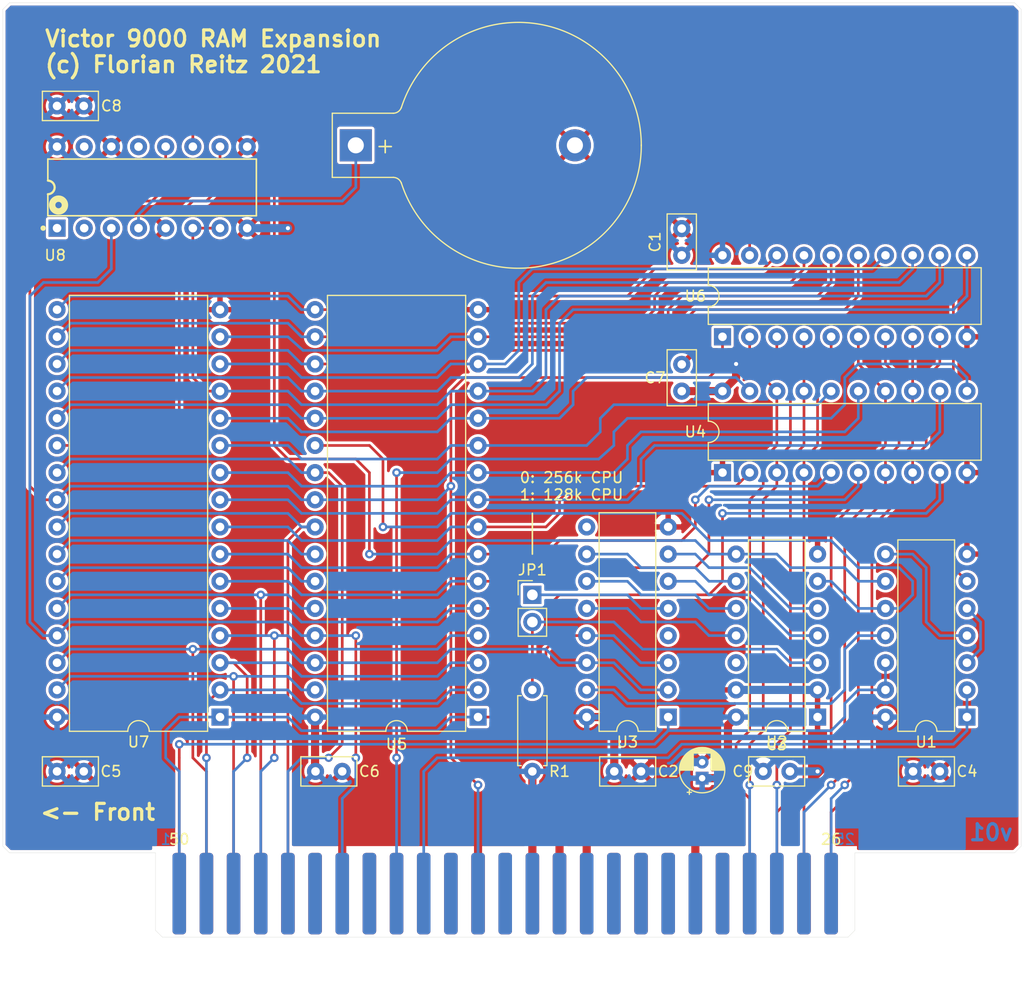
<source format=kicad_pcb>
(kicad_pcb (version 20171130) (host pcbnew "(5.1.10-1-10_14)")
  (title_block (title "Victor 9000 RAM Expansion") (rev v01) (comment 4 "by Florian Reitz"))
  (layers (0 F.Cu signal) (31 B.Cu signal) (34 B.Paste user) (35 F.Paste user) (36 B.SilkS user) (37 F.SilkS user) (38 B.Mask user) (39 F.Mask user) (44 Edge.Cuts user))
  (net 0 "")
  (net 1 +5V)
  (net 2 GND)
  (net 3 /A19)
  (net 4 /A17)
  (net 5 /A15)
  (net 6 /A13)
  (net 7 /A11)
  (net 8 /A09)
  (net 9 "Net-(H1-Pad43)")
  (net 10 "Net-(H1-Pad42)")
  (net 11 "Net-(H1-Pad41)")
  (net 12 "Net-(H1-Pad40)")
  (net 13 "Net-(H1-Pad38)")
  (net 14 "Net-(H1-Pad34)")
  (net 15 "Net-(H1-Pad33)")
  (net 16 "Net-(H1-Pad32)")
  (net 17 "Net-(H1-Pad30)")
  (net 18 /BD7)
  (net 19 /BD5)
  (net 20 /BD3)
  (net 21 /BD1)
  (net 22 /BD0)
  (net 23 /BD2)
  (net 24 /BD4)
  (net 25 /BD6)
  (net 26 "Net-(H1-Pad21)")
  (net 27 "Net-(H1-Pad20)")
  (net 28 "Net-(H1-Pad19)")
  (net 29 "Net-(H1-Pad18)")
  (net 30 "Net-(H1-Pad17)")
  (net 31 "Net-(H1-Pad16)")
  (net 32 "Net-(H1-Pad15)")
  (net 33 "Net-(H1-Pad14)")
  (net 34 /DT_~R)
  (net 35 "Net-(H1-Pad11)")
  (net 36 /IO_~M)
  (net 37 /ALE)
  (net 38 "Net-(H1-Pad8)")
  (net 39 /~SSO)
  (net 40 /A08)
  (net 41 /A10)
  (net 42 /A12)
  (net 43 /A14)
  (net 44 /A16)
  (net 45 /A18)
  (net 46 "Net-(JP1-Pad1)")
  (net 47 "Net-(JP1-Pad2)")
  (net 48 "Net-(U1-Pad6)")
  (net 49 "Net-(U1-Pad11)")
  (net 50 "Net-(U1-Pad3)")
  (net 51 /~EN2)
  (net 52 /~EN1)
  (net 53 "Net-(U2-Pad4)")
  (net 54 "Net-(U2-Pad5)")
  (net 55 "Net-(U3-Pad9)")
  (net 56 "Net-(U3-Pad4)")
  (net 57 /A7)
  (net 58 /A3)
  (net 59 /A6)
  (net 60 /A2)
  (net 61 /A5)
  (net 62 /A1)
  (net 63 /A4)
  (net 64 /A0)
  (net 65 /DQ3)
  (net 66 /DQ4)
  (net 67 /DQ5)
  (net 68 /DQ6)
  (net 69 /DQ7)
  (net 70 /A9)
  (net 71 /A8)
  (net 72 /DQ0)
  (net 73 /DQ1)
  (net 74 /DQ2)
  (net 75 "Net-(U2-Pad9)")
  (net 76 "Net-(U2-Pad10)")
  (net 77 "Net-(U2-Pad11)")
  (net 78 "Net-(U2-Pad12)")
  (net 79 "Net-(U1-Pad4)")
  (net 80 "Net-(BT1-Pad1)")
  (net 81 /RESET)
  (net 82 "Net-(U8-Pad1)")
  (net 83 "Net-(U8-Pad2)")
  (net 84 "Net-(U8-Pad15)")
  (net 85 "Net-(U8-Pad13)")
  (net 86 /~EN2_B)
  (module "victor-exp:Victor Expansion Edge Connector" (layer F.Cu) (at 124.46 119.38)
    (fp_text reference H1 hide)
    (fp_text value Expansion_Connector hide)
    (pad 1 connect roundrect (at -13.97 5.08) (size 1.27 7.62) (layers B.Cu B.Mask) (net 45 /A18))
    (pad 2 connect roundrect (at -11.43 5.08) (size 1.27 7.62) (layers B.Cu B.Mask) (net 44 /A16))
    (pad 3 connect roundrect (at -8.89 5.08) (size 1.27 7.62) (layers B.Cu B.Mask) (net 43 /A14))
    (pad 4 connect roundrect (at -6.35 5.08) (size 1.27 7.62) (layers B.Cu B.Mask) (net 42 /A12))
    (pad 5 connect roundrect (at -3.81 5.08) (size 1.27 7.62) (layers B.Cu B.Mask) (net 41 /A10))
    (pad 6 connect roundrect (at -1.27 5.08) (size 1.27 7.62) (layers B.Cu B.Mask) (net 40 /A08))
    (pad 7 connect roundrect (at 1.27 5.08) (size 1.27 7.62) (layers B.Cu B.Mask) (net 39 /~SSO))
    (pad 8 connect roundrect (at 3.81 5.08) (size 1.27 7.62) (layers B.Cu B.Mask) (net 38 "Net-(H1-Pad8)"))
    (pad 9 connect roundrect (at 6.35 5.08) (size 1.27 7.62) (layers B.Cu B.Mask) (net 37 /ALE))
    (pad 10 connect roundrect (at 8.89 5.08) (size 1.27 7.62) (layers B.Cu B.Mask) (net 36 /IO_~M))
    (pad 11 connect roundrect (at 11.43 5.08) (size 1.27 7.62) (layers B.Cu B.Mask) (net 35 "Net-(H1-Pad11)"))
    (pad 12 connect roundrect (at 13.97 5.08) (size 1.27 7.62) (layers B.Cu B.Mask) (net 34 /DT_~R))
    (pad 13 connect roundrect (at 16.51 5.08) (size 1.27 7.62) (layers B.Cu B.Mask) (net 81 /RESET))
    (pad 14 connect roundrect (at 19.05 5.08) (size 1.27 7.62) (layers B.Cu B.Mask) (net 33 "Net-(H1-Pad14)"))
    (pad 15 connect roundrect (at 21.59 5.08) (size 1.27 7.62) (layers B.Cu B.Mask) (net 32 "Net-(H1-Pad15)"))
    (pad 16 connect roundrect (at 24.13 5.08) (size 1.27 7.62) (layers B.Cu B.Mask) (net 31 "Net-(H1-Pad16)"))
    (pad 17 connect roundrect (at 26.67 5.08) (size 1.27 7.62) (layers B.Cu B.Mask) (net 30 "Net-(H1-Pad17)"))
    (pad 18 connect roundrect (at 29.21 5.08) (size 1.27 7.62) (layers B.Cu B.Mask) (net 29 "Net-(H1-Pad18)"))
    (pad 19 connect roundrect (at 31.75 5.08) (size 1.27 7.62) (layers B.Cu B.Mask) (net 28 "Net-(H1-Pad19)"))
    (pad 20 connect roundrect (at 34.29 5.08) (size 1.27 7.62) (layers B.Cu B.Mask) (net 27 "Net-(H1-Pad20)"))
    (pad 21 connect roundrect (at 36.83 5.08) (size 1.27 7.62) (layers B.Cu B.Mask) (net 26 "Net-(H1-Pad21)"))
    (pad 22 connect roundrect (at 39.37 5.08) (size 1.27 7.62) (layers B.Cu B.Mask) (net 25 /BD6))
    (pad 23 connect roundrect (at 41.91 5.08) (size 1.27 7.62) (layers B.Cu B.Mask) (net 24 /BD4))
    (pad 24 connect roundrect (at 44.45 5.08) (size 1.27 7.62) (layers B.Cu B.Mask) (net 23 /BD2))
    (pad 25 connect roundrect (at 46.99 5.08) (size 1.27 7.62) (layers B.Cu B.Mask) (net 22 /BD0))
    (pad 26 connect roundrect (at 46.99 5.08) (size 1.27 7.62) (layers F.Cu F.Mask) (net 21 /BD1))
    (pad 27 connect roundrect (at 44.45 5.08) (size 1.27 7.62) (layers F.Cu F.Mask) (net 20 /BD3))
    (pad 28 connect roundrect (at 41.91 5.08) (size 1.27 7.62) (layers F.Cu F.Mask) (net 19 /BD5))
    (pad 29 connect roundrect (at 39.37 5.08) (size 1.27 7.62) (layers F.Cu F.Mask) (net 18 /BD7))
    (pad 30 connect roundrect (at 36.83 5.08) (size 1.27 7.62) (layers F.Cu F.Mask) (net 17 "Net-(H1-Pad30)"))
    (pad 31 connect roundrect (at 34.29 5.08) (size 1.27 7.62) (layers F.Cu F.Mask) (net 2 GND))
    (pad 32 connect roundrect (at 31.75 5.08) (size 1.27 7.62) (layers F.Cu F.Mask) (net 16 "Net-(H1-Pad32)"))
    (pad 33 connect roundrect (at 29.21 5.08) (size 1.27 7.62) (layers F.Cu F.Mask) (net 15 "Net-(H1-Pad33)"))
    (pad 34 connect roundrect (at 26.67 5.08) (size 1.27 7.62) (layers F.Cu F.Mask) (net 14 "Net-(H1-Pad34)"))
    (pad 35 connect roundrect (at 24.13 5.08) (size 1.27 7.62) (layers F.Cu F.Mask) (net 2 GND))
    (pad 36 connect roundrect (at 21.59 5.08) (size 1.27 7.62) (layers F.Cu F.Mask) (net 1 +5V))
    (pad 38 connect roundrect (at 16.51 5.08) (size 1.27 7.62) (layers F.Cu F.Mask) (net 13 "Net-(H1-Pad38)"))
    (pad 37 connect roundrect (at 19.05 5.08) (size 1.27 7.62) (layers F.Cu F.Mask) (net 1 +5V))
    (pad 39 connect roundrect (at 13.97 5.08) (size 1.27 7.62) (layers F.Cu F.Mask) (net 2 GND))
    (pad 40 connect roundrect (at 11.43 5.08) (size 1.27 7.62) (layers F.Cu F.Mask) (net 12 "Net-(H1-Pad40)"))
    (pad 41 connect roundrect (at 8.89 5.08) (size 1.27 7.62) (layers F.Cu F.Mask) (net 11 "Net-(H1-Pad41)"))
    (pad 42 connect roundrect (at 6.35 5.08) (size 1.27 7.62) (layers F.Cu F.Mask) (net 10 "Net-(H1-Pad42)"))
    (pad 43 connect roundrect (at 3.81 5.08) (size 1.27 7.62) (layers F.Cu F.Mask) (net 9 "Net-(H1-Pad43)"))
    (pad 44 connect roundrect (at 1.27 5.08) (size 1.27 7.62) (layers F.Cu F.Mask) (net 2 GND))
    (pad 45 connect roundrect (at -1.27 5.08) (size 1.27 7.62) (layers F.Cu F.Mask) (net 8 /A09))
    (pad 46 connect roundrect (at -3.81 5.08) (size 1.27 7.62) (layers F.Cu F.Mask) (net 7 /A11))
    (pad 47 connect roundrect (at -6.35 5.08) (size 1.27 7.62) (layers F.Cu F.Mask) (net 6 /A13))
    (pad 48 connect roundrect (at -8.89 5.08) (size 1.27 7.62) (layers F.Cu F.Mask) (net 5 /A15))
    (pad 49 connect roundrect (at -11.43 5.08) (size 1.27 7.62) (layers F.Cu F.Mask) (net 4 /A17))
    (pad 50 connect roundrect (at -13.97 5.08) (size 1.27 7.62) (layers F.Cu F.Mask) (net 3 /A19))
  )
  (module Capacitor_THT:C_Disc_D5.0mm_W2.5mm_P2.50mm (layer F.Cu) (at 99.06 50.8)
    (fp_text reference C8 (at 5.08 0) (layer F.SilkS))
    (fp_text value 100n)
    (pad 2 thru_hole circle (at 2.5 0) (size 1.6 1.6) (drill 0.8) (layers *.Cu *.Mask) (net 2 GND))
    (pad 1 thru_hole circle (at 0 0) (size 1.6 1.6) (drill 0.8) (layers *.Cu *.Mask) (net 1 +5V))
  )
  (module eec:Maxim-DS1315-5+-Manufacturer_Recommended (layer F.Cu) (at 99.06 62.23 90)
    (fp_text reference U8 (at -2.54 -1.27 180) (layer F.SilkS) (effects (justify left)))
    (fp_text value DS1315-5+ hide)
    (pad 1 thru_hole rect (at 0 0 90) (size 1.6 1.6) (drill 0.8) (layers *.Cu *.Mask) (net 82 "Net-(U8-Pad1)"))
    (pad 2 thru_hole circle (at 0 2.54 90) (size 1.6 1.6) (drill 0.8) (layers *.Cu *.Mask) (net 83 "Net-(U8-Pad2)"))
    (pad 3 thru_hole circle (at 0 5.08 90) (size 1.6 1.6) (drill 0.8) (layers *.Cu *.Mask) (net 39 /~SSO))
    (pad 4 thru_hole circle (at 0 7.62 90) (size 1.6 1.6) (drill 0.8) (layers *.Cu *.Mask) (net 80 "Net-(BT1-Pad1)"))
    (pad 5 thru_hole circle (at 0 10.16 90) (size 1.6 1.6) (drill 0.8) (layers *.Cu *.Mask) (net 2 GND))
    (pad 6 thru_hole circle (at 0 12.7 90) (size 1.6 1.6) (drill 0.8) (layers *.Cu *.Mask) (net 72 /DQ0))
    (pad 7 thru_hole circle (at 0 15.24 90) (size 1.6 1.6) (drill 0.8) (layers *.Cu *.Mask) (net 72 /DQ0))
    (pad 8 thru_hole circle (at 0 17.78 90) (size 1.6 1.6) (drill 0.8) (layers *.Cu *.Mask) (net 2 GND))
    (pad 16 thru_hole circle (at 7.62 0 90) (size 1.6 1.6) (drill 0.8) (layers *.Cu *.Mask) (net 1 +5V))
    (pad 15 thru_hole circle (at 7.62 2.54 90) (size 1.6 1.6) (drill 0.8) (layers *.Cu *.Mask) (net 84 "Net-(U8-Pad15)"))
    (pad 14 thru_hole circle (at 7.62 5.08 90) (size 1.6 1.6) (drill 0.8) (layers *.Cu *.Mask) (net 2 GND))
    (pad 13 thru_hole circle (at 7.62 7.62 90) (size 1.6 1.6) (drill 0.8) (layers *.Cu *.Mask) (net 85 "Net-(U8-Pad13)"))
    (pad 12 thru_hole circle (at 7.62 10.16 90) (size 1.6 1.6) (drill 0.8) (layers *.Cu *.Mask) (net 34 /DT_~R))
    (pad 11 thru_hole circle (at 7.62 12.7 90) (size 1.6 1.6) (drill 0.8) (layers *.Cu *.Mask) (net 51 /~EN2))
    (pad 10 thru_hole circle (at 7.62 15.24 90) (size 1.6 1.6) (drill 0.8) (layers *.Cu *.Mask) (net 86 /~EN2_B))
    (pad 9 thru_hole circle (at 7.62 17.78 90) (size 1.6 1.6) (drill 0.8) (layers *.Cu *.Mask) (net 2 GND))
  )
  (module Battery:BatteryHolder_Keystone_103_1x20mm (layer F.Cu) (at 127 54.483)
    (fp_text reference BT1 hide)
    (fp_text value Battery_Cell)
    (fp_text user + (at 2.75 0) (layer F.SilkS) (effects (font (size 1.5 1.5))))
    (pad 1 thru_hole rect (at 0 0) (size 3 3) (drill 1.5) (layers *.Cu *.Mask) (net 80 "Net-(BT1-Pad1)"))
    (pad 2 thru_hole circle (at 20.49 0) (size 3 3) (drill 1.5) (layers *.Cu *.Mask) (net 2 GND))
  )
  (module Package_DIP:DIP-16_W7.62mm (layer F.Cu) (at 156.21 107.95 180)
    (fp_text reference U3 (at 3.81 -2.33) (layer F.SilkS))
    (fp_text value 74LS139)
    (pad 1 thru_hole rect (at 0 0 180) (size 1.6 1.6) (drill 0.8) (layers *.Cu *.Mask) (net 3 /A19))
    (pad 9 thru_hole oval (at 7.62 17.78 180) (size 1.6 1.6) (drill 0.8) (layers *.Cu *.Mask) (net 55 "Net-(U3-Pad9)"))
    (pad 2 thru_hole oval (at 0 2.54 180) (size 1.6 1.6) (drill 0.8) (layers *.Cu *.Mask) (net 4 /A17))
    (pad 10 thru_hole oval (at 7.62 15.24 180) (size 1.6 1.6) (drill 0.8) (layers *.Cu *.Mask) (net 75 "Net-(U2-Pad9)"))
    (pad 3 thru_hole oval (at 0 5.08 180) (size 1.6 1.6) (drill 0.8) (layers *.Cu *.Mask) (net 45 /A18))
    (pad 11 thru_hole oval (at 7.62 12.7 180) (size 1.6 1.6) (drill 0.8) (layers *.Cu *.Mask) (net 76 "Net-(U2-Pad10)"))
    (pad 4 thru_hole oval (at 0 7.62 180) (size 1.6 1.6) (drill 0.8) (layers *.Cu *.Mask) (net 56 "Net-(U3-Pad4)"))
    (pad 12 thru_hole oval (at 7.62 10.16 180) (size 1.6 1.6) (drill 0.8) (layers *.Cu *.Mask) (net 77 "Net-(U2-Pad11)"))
    (pad 5 thru_hole oval (at 0 10.16 180) (size 1.6 1.6) (drill 0.8) (layers *.Cu *.Mask) (net 46 "Net-(JP1-Pad1)"))
    (pad 13 thru_hole oval (at 7.62 7.62 180) (size 1.6 1.6) (drill 0.8) (layers *.Cu *.Mask) (net 45 /A18))
    (pad 6 thru_hole oval (at 0 12.7 180) (size 1.6 1.6) (drill 0.8) (layers *.Cu *.Mask) (net 53 "Net-(U2-Pad4)"))
    (pad 14 thru_hole oval (at 7.62 5.08 180) (size 1.6 1.6) (drill 0.8) (layers *.Cu *.Mask) (net 4 /A17))
    (pad 7 thru_hole oval (at 0 15.24 180) (size 1.6 1.6) (drill 0.8) (layers *.Cu *.Mask) (net 54 "Net-(U2-Pad5)"))
    (pad 15 thru_hole oval (at 7.62 2.54 180) (size 1.6 1.6) (drill 0.8) (layers *.Cu *.Mask) (net 49 "Net-(U1-Pad11)"))
    (pad 8 thru_hole oval (at 0 17.78 180) (size 1.6 1.6) (drill 0.8) (layers *.Cu *.Mask) (net 2 GND))
    (pad 16 thru_hole oval (at 7.62 0 180) (size 1.6 1.6) (drill 0.8) (layers *.Cu *.Mask) (net 1 +5V))
  )
  (module Package_DIP:DIP-32_W15.24mm (layer F.Cu) (at 138.43 107.95 180)
    (fp_text reference U5 (at 7.62 -2.54) (layer F.SilkS))
    (fp_text value AS6C4008-55PCN)
    (pad 1 thru_hole rect (at 0 0 180) (size 1.6 1.6) (drill 0.8) (layers *.Cu *.Mask) (net 45 /A18))
    (pad 17 thru_hole oval (at 15.24 38.1 180) (size 1.6 1.6) (drill 0.8) (layers *.Cu *.Mask) (net 65 /DQ3))
    (pad 2 thru_hole oval (at 0 2.54 180) (size 1.6 1.6) (drill 0.8) (layers *.Cu *.Mask) (net 44 /A16))
    (pad 18 thru_hole oval (at 15.24 35.56 180) (size 1.6 1.6) (drill 0.8) (layers *.Cu *.Mask) (net 66 /DQ4))
    (pad 3 thru_hole oval (at 0 5.08 180) (size 1.6 1.6) (drill 0.8) (layers *.Cu *.Mask) (net 43 /A14))
    (pad 19 thru_hole oval (at 15.24 33.02 180) (size 1.6 1.6) (drill 0.8) (layers *.Cu *.Mask) (net 67 /DQ5))
    (pad 4 thru_hole oval (at 0 7.62 180) (size 1.6 1.6) (drill 0.8) (layers *.Cu *.Mask) (net 42 /A12))
    (pad 20 thru_hole oval (at 15.24 30.48 180) (size 1.6 1.6) (drill 0.8) (layers *.Cu *.Mask) (net 68 /DQ6))
    (pad 5 thru_hole oval (at 0 10.16 180) (size 1.6 1.6) (drill 0.8) (layers *.Cu *.Mask) (net 57 /A7))
    (pad 21 thru_hole oval (at 15.24 27.94 180) (size 1.6 1.6) (drill 0.8) (layers *.Cu *.Mask) (net 69 /DQ7))
    (pad 6 thru_hole oval (at 0 12.7 180) (size 1.6 1.6) (drill 0.8) (layers *.Cu *.Mask) (net 59 /A6))
    (pad 22 thru_hole oval (at 15.24 25.4 180) (size 1.6 1.6) (drill 0.8) (layers *.Cu *.Mask) (net 52 /~EN1))
    (pad 7 thru_hole oval (at 0 15.24 180) (size 1.6 1.6) (drill 0.8) (layers *.Cu *.Mask) (net 61 /A5))
    (pad 23 thru_hole oval (at 15.24 22.86 180) (size 1.6 1.6) (drill 0.8) (layers *.Cu *.Mask) (net 41 /A10))
    (pad 8 thru_hole oval (at 0 17.78 180) (size 1.6 1.6) (drill 0.8) (layers *.Cu *.Mask) (net 63 /A4))
    (pad 24 thru_hole oval (at 15.24 20.32 180) (size 1.6 1.6) (drill 0.8) (layers *.Cu *.Mask) (net 34 /DT_~R))
    (pad 9 thru_hole oval (at 0 20.32 180) (size 1.6 1.6) (drill 0.8) (layers *.Cu *.Mask) (net 58 /A3))
    (pad 25 thru_hole oval (at 15.24 17.78 180) (size 1.6 1.6) (drill 0.8) (layers *.Cu *.Mask) (net 7 /A11))
    (pad 10 thru_hole oval (at 0 22.86 180) (size 1.6 1.6) (drill 0.8) (layers *.Cu *.Mask) (net 60 /A2))
    (pad 26 thru_hole oval (at 15.24 15.24 180) (size 1.6 1.6) (drill 0.8) (layers *.Cu *.Mask) (net 70 /A9))
    (pad 11 thru_hole oval (at 0 25.4 180) (size 1.6 1.6) (drill 0.8) (layers *.Cu *.Mask) (net 62 /A1))
    (pad 27 thru_hole oval (at 15.24 12.7 180) (size 1.6 1.6) (drill 0.8) (layers *.Cu *.Mask) (net 71 /A8))
    (pad 12 thru_hole oval (at 0 27.94 180) (size 1.6 1.6) (drill 0.8) (layers *.Cu *.Mask) (net 64 /A0))
    (pad 28 thru_hole oval (at 15.24 10.16 180) (size 1.6 1.6) (drill 0.8) (layers *.Cu *.Mask) (net 6 /A13))
    (pad 13 thru_hole oval (at 0 30.48 180) (size 1.6 1.6) (drill 0.8) (layers *.Cu *.Mask) (net 72 /DQ0))
    (pad 29 thru_hole oval (at 15.24 7.62 180) (size 1.6 1.6) (drill 0.8) (layers *.Cu *.Mask) (net 39 /~SSO))
    (pad 14 thru_hole oval (at 0 33.02 180) (size 1.6 1.6) (drill 0.8) (layers *.Cu *.Mask) (net 73 /DQ1))
    (pad 30 thru_hole oval (at 15.24 5.08 180) (size 1.6 1.6) (drill 0.8) (layers *.Cu *.Mask) (net 4 /A17))
    (pad 15 thru_hole oval (at 0 35.56 180) (size 1.6 1.6) (drill 0.8) (layers *.Cu *.Mask) (net 74 /DQ2))
    (pad 31 thru_hole oval (at 15.24 2.54 180) (size 1.6 1.6) (drill 0.8) (layers *.Cu *.Mask) (net 5 /A15))
    (pad 16 thru_hole oval (at 0 38.1 180) (size 1.6 1.6) (drill 0.8) (layers *.Cu *.Mask) (net 2 GND))
    (pad 32 thru_hole oval (at 15.24 0 180) (size 1.6 1.6) (drill 0.8) (layers *.Cu *.Mask) (net 1 +5V))
  )
  (module Package_DIP:DIP-14_W7.62mm (layer F.Cu) (at 170.18 107.95 180)
    (fp_text reference U2 (at 3.81 -2.33) (layer F.SilkS))
    (fp_text value 74LS11)
    (pad 1 thru_hole rect (at 0 0 180) (size 1.6 1.6) (drill 0.8) (layers *.Cu *.Mask) (net 2 GND))
    (pad 8 thru_hole oval (at 7.62 15.24 180) (size 1.6 1.6) (drill 0.8) (layers *.Cu *.Mask) (net 51 /~EN2))
    (pad 2 thru_hole oval (at 0 2.54 180) (size 1.6 1.6) (drill 0.8) (layers *.Cu *.Mask) (net 2 GND))
    (pad 9 thru_hole oval (at 7.62 12.7 180) (size 1.6 1.6) (drill 0.8) (layers *.Cu *.Mask) (net 75 "Net-(U2-Pad9)"))
    (pad 3 thru_hole oval (at 0 5.08 180) (size 1.6 1.6) (drill 0.8) (layers *.Cu *.Mask) (net 47 "Net-(JP1-Pad2)"))
    (pad 10 thru_hole oval (at 7.62 10.16 180) (size 1.6 1.6) (drill 0.8) (layers *.Cu *.Mask) (net 76 "Net-(U2-Pad10)"))
    (pad 4 thru_hole oval (at 0 7.62 180) (size 1.6 1.6) (drill 0.8) (layers *.Cu *.Mask) (net 53 "Net-(U2-Pad4)"))
    (pad 11 thru_hole oval (at 7.62 7.62 180) (size 1.6 1.6) (drill 0.8) (layers *.Cu *.Mask) (net 77 "Net-(U2-Pad11)"))
    (pad 5 thru_hole oval (at 0 10.16 180) (size 1.6 1.6) (drill 0.8) (layers *.Cu *.Mask) (net 54 "Net-(U2-Pad5)"))
    (pad 12 thru_hole oval (at 7.62 5.08 180) (size 1.6 1.6) (drill 0.8) (layers *.Cu *.Mask) (net 78 "Net-(U2-Pad12)"))
    (pad 6 thru_hole oval (at 0 12.7 180) (size 1.6 1.6) (drill 0.8) (layers *.Cu *.Mask) (net 52 /~EN1))
    (pad 13 thru_hole oval (at 7.62 2.54 180) (size 1.6 1.6) (drill 0.8) (layers *.Cu *.Mask) (net 2 GND))
    (pad 7 thru_hole oval (at 0 15.24 180) (size 1.6 1.6) (drill 0.8) (layers *.Cu *.Mask) (net 2 GND))
    (pad 14 thru_hole oval (at 7.62 0 180) (size 1.6 1.6) (drill 0.8) (layers *.Cu *.Mask) (net 1 +5V))
  )
  (module Package_DIP:DIP-20_W7.62mm (layer F.Cu) (at 161.29 85.09 90)
    (fp_text reference U4 (at 3.81 -2.54 180) (layer F.SilkS))
    (fp_text value 74LS373)
    (pad 20 thru_hole oval (at 7.62 0 90) (size 1.6 1.6) (drill 0.8) (layers *.Cu *.Mask) (net 1 +5V))
    (pad 10 thru_hole oval (at 0 22.86 90) (size 1.6 1.6) (drill 0.8) (layers *.Cu *.Mask) (net 2 GND))
    (pad 19 thru_hole oval (at 7.62 2.54 90) (size 1.6 1.6) (drill 0.8) (layers *.Cu *.Mask) (net 64 /A0))
    (pad 9 thru_hole oval (at 0 20.32 90) (size 1.6 1.6) (drill 0.8) (layers *.Cu *.Mask) (net 57 /A7))
    (pad 18 thru_hole oval (at 7.62 5.08 90) (size 1.6 1.6) (drill 0.8) (layers *.Cu *.Mask) (net 18 /BD7))
    (pad 8 thru_hole oval (at 0 17.78 90) (size 1.6 1.6) (drill 0.8) (layers *.Cu *.Mask) (net 21 /BD1))
    (pad 17 thru_hole oval (at 7.62 7.62 90) (size 1.6 1.6) (drill 0.8) (layers *.Cu *.Mask) (net 24 /BD4))
    (pad 7 thru_hole oval (at 0 15.24 90) (size 1.6 1.6) (drill 0.8) (layers *.Cu *.Mask) (net 23 /BD2))
    (pad 16 thru_hole oval (at 7.62 10.16 90) (size 1.6 1.6) (drill 0.8) (layers *.Cu *.Mask) (net 62 /A1))
    (pad 6 thru_hole oval (at 0 12.7 90) (size 1.6 1.6) (drill 0.8) (layers *.Cu *.Mask) (net 59 /A6))
    (pad 15 thru_hole oval (at 7.62 12.7 90) (size 1.6 1.6) (drill 0.8) (layers *.Cu *.Mask) (net 60 /A2))
    (pad 5 thru_hole oval (at 0 10.16 90) (size 1.6 1.6) (drill 0.8) (layers *.Cu *.Mask) (net 61 /A5))
    (pad 14 thru_hole oval (at 7.62 15.24 90) (size 1.6 1.6) (drill 0.8) (layers *.Cu *.Mask) (net 20 /BD3))
    (pad 4 thru_hole oval (at 0 7.62 90) (size 1.6 1.6) (drill 0.8) (layers *.Cu *.Mask) (net 19 /BD5))
    (pad 13 thru_hole oval (at 7.62 17.78 90) (size 1.6 1.6) (drill 0.8) (layers *.Cu *.Mask) (net 22 /BD0))
    (pad 3 thru_hole oval (at 0 5.08 90) (size 1.6 1.6) (drill 0.8) (layers *.Cu *.Mask) (net 25 /BD6))
    (pad 12 thru_hole oval (at 7.62 20.32 90) (size 1.6 1.6) (drill 0.8) (layers *.Cu *.Mask) (net 58 /A3))
    (pad 2 thru_hole oval (at 0 2.54 90) (size 1.6 1.6) (drill 0.8) (layers *.Cu *.Mask) (net 63 /A4))
    (pad 11 thru_hole oval (at 7.62 22.86 90) (size 1.6 1.6) (drill 0.8) (layers *.Cu *.Mask) (net 37 /ALE))
    (pad 1 thru_hole rect (at 0 0 90) (size 1.6 1.6) (drill 0.8) (layers *.Cu *.Mask) (net 2 GND))
  )
  (module Package_DIP:DIP-20_W7.62mm (layer F.Cu) (at 161.29 72.39 90)
    (fp_text reference U6 (at 3.81 -2.54 180) (layer F.SilkS))
    (fp_text value 74LS245)
    (pad 1 thru_hole rect (at 0 0 90) (size 1.6 1.6) (drill 0.8) (layers *.Cu *.Mask) (net 34 /DT_~R))
    (pad 11 thru_hole oval (at 7.62 22.86 90) (size 1.6 1.6) (drill 0.8) (layers *.Cu *.Mask) (net 69 /DQ7))
    (pad 2 thru_hole oval (at 0 2.54 90) (size 1.6 1.6) (drill 0.8) (layers *.Cu *.Mask) (net 18 /BD7))
    (pad 12 thru_hole oval (at 7.62 20.32 90) (size 1.6 1.6) (drill 0.8) (layers *.Cu *.Mask) (net 72 /DQ0))
    (pad 3 thru_hole oval (at 0 5.08 90) (size 1.6 1.6) (drill 0.8) (layers *.Cu *.Mask) (net 25 /BD6))
    (pad 13 thru_hole oval (at 7.62 17.78 90) (size 1.6 1.6) (drill 0.8) (layers *.Cu *.Mask) (net 68 /DQ6))
    (pad 4 thru_hole oval (at 0 7.62 90) (size 1.6 1.6) (drill 0.8) (layers *.Cu *.Mask) (net 24 /BD4))
    (pad 14 thru_hole oval (at 7.62 15.24 90) (size 1.6 1.6) (drill 0.8) (layers *.Cu *.Mask) (net 73 /DQ1))
    (pad 5 thru_hole oval (at 0 10.16 90) (size 1.6 1.6) (drill 0.8) (layers *.Cu *.Mask) (net 19 /BD5))
    (pad 15 thru_hole oval (at 7.62 12.7 90) (size 1.6 1.6) (drill 0.8) (layers *.Cu *.Mask) (net 67 /DQ5))
    (pad 6 thru_hole oval (at 0 12.7 90) (size 1.6 1.6) (drill 0.8) (layers *.Cu *.Mask) (net 20 /BD3))
    (pad 16 thru_hole oval (at 7.62 10.16 90) (size 1.6 1.6) (drill 0.8) (layers *.Cu *.Mask) (net 74 /DQ2))
    (pad 7 thru_hole oval (at 0 15.24 90) (size 1.6 1.6) (drill 0.8) (layers *.Cu *.Mask) (net 23 /BD2))
    (pad 17 thru_hole oval (at 7.62 7.62 90) (size 1.6 1.6) (drill 0.8) (layers *.Cu *.Mask) (net 66 /DQ4))
    (pad 8 thru_hole oval (at 0 17.78 90) (size 1.6 1.6) (drill 0.8) (layers *.Cu *.Mask) (net 22 /BD0))
    (pad 18 thru_hole oval (at 7.62 5.08 90) (size 1.6 1.6) (drill 0.8) (layers *.Cu *.Mask) (net 65 /DQ3))
    (pad 9 thru_hole oval (at 0 20.32 90) (size 1.6 1.6) (drill 0.8) (layers *.Cu *.Mask) (net 21 /BD1))
    (pad 19 thru_hole oval (at 7.62 2.54 90) (size 1.6 1.6) (drill 0.8) (layers *.Cu *.Mask) (net 48 "Net-(U1-Pad6)"))
    (pad 10 thru_hole oval (at 0 22.86 90) (size 1.6 1.6) (drill 0.8) (layers *.Cu *.Mask) (net 2 GND))
    (pad 20 thru_hole oval (at 7.62 0 90) (size 1.6 1.6) (drill 0.8) (layers *.Cu *.Mask) (net 1 +5V))
  )
  (module Capacitor_THT:C_Disc_D5.0mm_W2.5mm_P2.50mm (layer F.Cu) (at 157.48 64.77 90)
    (fp_text reference C1 (at 1.25 -2.5 90) (layer F.SilkS))
    (fp_text value 100n)
    (pad 1 thru_hole circle (at 0 0 90) (size 1.6 1.6) (drill 0.8) (layers *.Cu *.Mask) (net 1 +5V))
    (pad 2 thru_hole circle (at 2.5 0 90) (size 1.6 1.6) (drill 0.8) (layers *.Cu *.Mask) (net 2 GND))
  )
  (module Capacitor_THT:C_Disc_D5.0mm_W2.5mm_P2.50mm (layer F.Cu) (at 151.17 113.03)
    (fp_text reference C2 (at 5.04 0) (layer F.SilkS))
    (fp_text value 100n)
    (pad 2 thru_hole circle (at 2.5 0) (size 1.6 1.6) (drill 0.8) (layers *.Cu *.Mask) (net 2 GND))
    (pad 1 thru_hole circle (at 0 0) (size 1.6 1.6) (drill 0.8) (layers *.Cu *.Mask) (net 1 +5V))
  )
  (module Capacitor_THT:C_Disc_D5.0mm_W2.5mm_P2.50mm (layer F.Cu) (at 165.1 113.03)
    (fp_text reference C3 (at 1.25 -2.5) (layer F.SilkS))
    (fp_text value 100n)
    (pad 1 thru_hole circle (at 0 0) (size 1.6 1.6) (drill 0.8) (layers *.Cu *.Mask) (net 1 +5V))
    (pad 2 thru_hole circle (at 2.5 0) (size 1.6 1.6) (drill 0.8) (layers *.Cu *.Mask) (net 2 GND))
  )
  (module Capacitor_THT:C_Disc_D5.0mm_W2.5mm_P2.50mm (layer F.Cu) (at 179.11 113.03)
    (fp_text reference C4 (at 5.04 0) (layer F.SilkS))
    (fp_text value 100n)
    (pad 2 thru_hole circle (at 2.5 0) (size 1.6 1.6) (drill 0.8) (layers *.Cu *.Mask) (net 2 GND))
    (pad 1 thru_hole circle (at 0 0) (size 1.6 1.6) (drill 0.8) (layers *.Cu *.Mask) (net 1 +5V))
  )
  (module Capacitor_THT:C_Disc_D5.0mm_W2.5mm_P2.50mm (layer F.Cu) (at 99.06 113.03)
    (fp_text reference C5 (at 5.04 0) (layer F.SilkS))
    (fp_text value 100n)
    (pad 2 thru_hole circle (at 2.5 0) (size 1.6 1.6) (drill 0.8) (layers *.Cu *.Mask) (net 2 GND))
    (pad 1 thru_hole circle (at 0 0) (size 1.6 1.6) (drill 0.8) (layers *.Cu *.Mask) (net 1 +5V))
  )
  (module Capacitor_THT:C_Disc_D5.0mm_W2.5mm_P2.50mm (layer F.Cu) (at 123.23 113.03)
    (fp_text reference C6 (at 5.04 0) (layer F.SilkS))
    (fp_text value 100n)
    (pad 1 thru_hole circle (at 0 0) (size 1.6 1.6) (drill 0.8) (layers *.Cu *.Mask) (net 1 +5V))
    (pad 2 thru_hole circle (at 2.5 0) (size 1.6 1.6) (drill 0.8) (layers *.Cu *.Mask) (net 2 GND))
  )
  (module Capacitor_THT:C_Disc_D5.0mm_W2.5mm_P2.50mm (layer F.Cu) (at 157.48 77.47 90)
    (fp_text reference C7 (at 1.25 -2.5 180) (layer F.SilkS))
    (fp_text value 100n)
    (pad 1 thru_hole circle (at 0 0 90) (size 1.6 1.6) (drill 0.8) (layers *.Cu *.Mask) (net 1 +5V))
    (pad 2 thru_hole circle (at 2.5 0 90) (size 1.6 1.6) (drill 0.8) (layers *.Cu *.Mask) (net 2 GND))
  )
  (module Capacitor_THT:CP_Radial_D4.0mm_P1.50mm (layer F.Cu) (at 159.385 113.665 90)
    (fp_text reference C9 (at 0.635 3.81 180) (layer F.SilkS))
    (fp_text value 10u)
    (pad 1 thru_hole rect (at 0 0 90) (size 1.2 1.2) (drill 0.6) (layers *.Cu *.Mask) (net 1 +5V))
    (pad 2 thru_hole circle (at 1.5 0 90) (size 1.2 1.2) (drill 0.6) (layers *.Cu *.Mask) (net 2 GND))
  )
  (module Connector_PinHeader_2.54mm:PinHeader_1x02_P2.54mm_Vertical (layer F.Cu) (at 143.51 96.52)
    (fp_text reference JP1 (at 0 -2.33) (layer F.SilkS))
    (fp_text value Jumper)
    (pad 1 thru_hole rect (at 0 0) (size 1.7 1.7) (drill 1) (layers *.Cu *.Mask) (net 46 "Net-(JP1-Pad1)"))
    (pad 2 thru_hole oval (at 0 2.54) (size 1.7 1.7) (drill 1) (layers *.Cu *.Mask) (net 47 "Net-(JP1-Pad2)"))
  )
  (module Resistor_THT:R_Axial_DIN0207_L6.3mm_D2.5mm_P7.62mm_Horizontal (layer F.Cu) (at 143.51 105.41 270)
    (fp_text reference R1 (at 7.62 -2.54 180) (layer F.SilkS))
    (fp_text value 10k)
    (pad 1 thru_hole circle (at 0 0 270) (size 1.6 1.6) (drill 0.8) (layers *.Cu *.Mask) (net 47 "Net-(JP1-Pad2)"))
    (pad 2 thru_hole oval (at 7.62 0 270) (size 1.6 1.6) (drill 0.8) (layers *.Cu *.Mask) (net 1 +5V))
  )
  (module Package_DIP:DIP-14_W7.62mm (layer F.Cu) (at 184.15 107.95 180)
    (fp_text reference U1 (at 3.81 -2.33) (layer F.SilkS))
    (fp_text value 74LS00)
    (pad 14 thru_hole oval (at 7.62 0 180) (size 1.6 1.6) (drill 0.8) (layers *.Cu *.Mask) (net 1 +5V))
    (pad 7 thru_hole oval (at 0 15.24 180) (size 1.6 1.6) (drill 0.8) (layers *.Cu *.Mask) (net 2 GND))
    (pad 13 thru_hole oval (at 7.62 2.54 180) (size 1.6 1.6) (drill 0.8) (layers *.Cu *.Mask) (net 3 /A19))
    (pad 6 thru_hole oval (at 0 12.7 180) (size 1.6 1.6) (drill 0.8) (layers *.Cu *.Mask) (net 48 "Net-(U1-Pad6)"))
    (pad 12 thru_hole oval (at 7.62 5.08 180) (size 1.6 1.6) (drill 0.8) (layers *.Cu *.Mask) (net 3 /A19))
    (pad 5 thru_hole oval (at 0 10.16 180) (size 1.6 1.6) (drill 0.8) (layers *.Cu *.Mask) (net 50 "Net-(U1-Pad3)"))
    (pad 11 thru_hole oval (at 7.62 7.62 180) (size 1.6 1.6) (drill 0.8) (layers *.Cu *.Mask) (net 49 "Net-(U1-Pad11)"))
    (pad 4 thru_hole oval (at 0 7.62 180) (size 1.6 1.6) (drill 0.8) (layers *.Cu *.Mask) (net 79 "Net-(U1-Pad4)"))
    (pad 10 thru_hole oval (at 7.62 10.16 180) (size 1.6 1.6) (drill 0.8) (layers *.Cu *.Mask) (net 52 /~EN1))
    (pad 3 thru_hole oval (at 0 5.08 180) (size 1.6 1.6) (drill 0.8) (layers *.Cu *.Mask) (net 50 "Net-(U1-Pad3)"))
    (pad 9 thru_hole oval (at 7.62 12.7 180) (size 1.6 1.6) (drill 0.8) (layers *.Cu *.Mask) (net 51 /~EN2))
    (pad 2 thru_hole oval (at 0 2.54 180) (size 1.6 1.6) (drill 0.8) (layers *.Cu *.Mask) (net 36 /IO_~M))
    (pad 8 thru_hole oval (at 7.62 15.24 180) (size 1.6 1.6) (drill 0.8) (layers *.Cu *.Mask) (net 79 "Net-(U1-Pad4)"))
    (pad 1 thru_hole rect (at 0 0 180) (size 1.6 1.6) (drill 0.8) (layers *.Cu *.Mask) (net 36 /IO_~M))
  )
  (module Package_DIP:DIP-32_W15.24mm (layer F.Cu) (at 114.3 107.95 180)
    (fp_text reference U7 (at 7.62 -2.33) (layer F.SilkS))
    (fp_text value AS6C4008-55PCN)
    (pad 32 thru_hole oval (at 15.24 0 180) (size 1.6 1.6) (drill 0.8) (layers *.Cu *.Mask) (net 1 +5V))
    (pad 16 thru_hole oval (at 0 38.1 180) (size 1.6 1.6) (drill 0.8) (layers *.Cu *.Mask) (net 2 GND))
    (pad 31 thru_hole oval (at 15.24 2.54 180) (size 1.6 1.6) (drill 0.8) (layers *.Cu *.Mask) (net 5 /A15))
    (pad 15 thru_hole oval (at 0 35.56 180) (size 1.6 1.6) (drill 0.8) (layers *.Cu *.Mask) (net 74 /DQ2))
    (pad 30 thru_hole oval (at 15.24 5.08 180) (size 1.6 1.6) (drill 0.8) (layers *.Cu *.Mask) (net 4 /A17))
    (pad 14 thru_hole oval (at 0 33.02 180) (size 1.6 1.6) (drill 0.8) (layers *.Cu *.Mask) (net 73 /DQ1))
    (pad 29 thru_hole oval (at 15.24 7.62 180) (size 1.6 1.6) (drill 0.8) (layers *.Cu *.Mask) (net 39 /~SSO))
    (pad 13 thru_hole oval (at 0 30.48 180) (size 1.6 1.6) (drill 0.8) (layers *.Cu *.Mask) (net 72 /DQ0))
    (pad 28 thru_hole oval (at 15.24 10.16 180) (size 1.6 1.6) (drill 0.8) (layers *.Cu *.Mask) (net 6 /A13))
    (pad 12 thru_hole oval (at 0 27.94 180) (size 1.6 1.6) (drill 0.8) (layers *.Cu *.Mask) (net 64 /A0))
    (pad 27 thru_hole oval (at 15.24 12.7 180) (size 1.6 1.6) (drill 0.8) (layers *.Cu *.Mask) (net 71 /A8))
    (pad 11 thru_hole oval (at 0 25.4 180) (size 1.6 1.6) (drill 0.8) (layers *.Cu *.Mask) (net 62 /A1))
    (pad 26 thru_hole oval (at 15.24 15.24 180) (size 1.6 1.6) (drill 0.8) (layers *.Cu *.Mask) (net 70 /A9))
    (pad 10 thru_hole oval (at 0 22.86 180) (size 1.6 1.6) (drill 0.8) (layers *.Cu *.Mask) (net 60 /A2))
    (pad 25 thru_hole oval (at 15.24 17.78 180) (size 1.6 1.6) (drill 0.8) (layers *.Cu *.Mask) (net 7 /A11))
    (pad 9 thru_hole oval (at 0 20.32 180) (size 1.6 1.6) (drill 0.8) (layers *.Cu *.Mask) (net 58 /A3))
    (pad 24 thru_hole oval (at 15.24 20.32 180) (size 1.6 1.6) (drill 0.8) (layers *.Cu *.Mask) (net 34 /DT_~R))
    (pad 8 thru_hole oval (at 0 17.78 180) (size 1.6 1.6) (drill 0.8) (layers *.Cu *.Mask) (net 63 /A4))
    (pad 23 thru_hole oval (at 15.24 22.86 180) (size 1.6 1.6) (drill 0.8) (layers *.Cu *.Mask) (net 41 /A10))
    (pad 7 thru_hole oval (at 0 15.24 180) (size 1.6 1.6) (drill 0.8) (layers *.Cu *.Mask) (net 61 /A5))
    (pad 22 thru_hole oval (at 15.24 25.4 180) (size 1.6 1.6) (drill 0.8) (layers *.Cu *.Mask) (net 86 /~EN2_B))
    (pad 6 thru_hole oval (at 0 12.7 180) (size 1.6 1.6) (drill 0.8) (layers *.Cu *.Mask) (net 59 /A6))
    (pad 21 thru_hole oval (at 15.24 27.94 180) (size 1.6 1.6) (drill 0.8) (layers *.Cu *.Mask) (net 69 /DQ7))
    (pad 5 thru_hole oval (at 0 10.16 180) (size 1.6 1.6) (drill 0.8) (layers *.Cu *.Mask) (net 57 /A7))
    (pad 20 thru_hole oval (at 15.24 30.48 180) (size 1.6 1.6) (drill 0.8) (layers *.Cu *.Mask) (net 68 /DQ6))
    (pad 4 thru_hole oval (at 0 7.62 180) (size 1.6 1.6) (drill 0.8) (layers *.Cu *.Mask) (net 42 /A12))
    (pad 19 thru_hole oval (at 15.24 33.02 180) (size 1.6 1.6) (drill 0.8) (layers *.Cu *.Mask) (net 67 /DQ5))
    (pad 3 thru_hole oval (at 0 5.08 180) (size 1.6 1.6) (drill 0.8) (layers *.Cu *.Mask) (net 43 /A14))
    (pad 18 thru_hole oval (at 15.24 35.56 180) (size 1.6 1.6) (drill 0.8) (layers *.Cu *.Mask) (net 66 /DQ4))
    (pad 2 thru_hole oval (at 0 2.54 180) (size 1.6 1.6) (drill 0.8) (layers *.Cu *.Mask) (net 44 /A16))
    (pad 17 thru_hole oval (at 15.24 38.1 180) (size 1.6 1.6) (drill 0.8) (layers *.Cu *.Mask) (net 65 /DQ3))
    (pad 1 thru_hole rect (at 0 0 180) (size 1.6 1.6) (drill 0.8) (layers *.Cu *.Mask) (net 45 /A18))
  )
  (gr_text 1 (at 109.22 119.38) (layer B.Cu) (effects (font (size 1 1)) (justify mirror)))
  (gr_text 25 (at 172.72 119.38) (layer B.Cu) (effects (font (size 1 1)) (justify mirror)))
  (gr_text 26 (at 171.45 119.38) (layer F.SilkS) (effects (font (size 1 1))))
  (gr_text 50 (at 110.49 119.38) (layer F.SilkS) (effects (font (size 1 1))))
  (gr_line (start 143.51 92.71) (end 143.51 88.9) (layer F.SilkS) (width 0.15))
  (gr_text "0: 256k CPU\n1: 128k CPU" (at 142.24 86.36) (layer F.SilkS) (effects (font (size 1 1)) (justify left)))
  (gr_text "<- Front" (at 102.87 116.84) (layer F.SilkS) (effects (font (size 1.5 1.5) (thickness 0.3))))
  (gr_text "Victor 9000 RAM Expansion\n(c) Florian Reitz 2021" (at 97.79 45.72) (layer F.SilkS) (effects (font (size 1.5 1.5) (thickness 0.3)) (justify left)))
  (gr_text v01 (at 188.595 118.745) (layer B.Cu) (effects (font (size 1.5 1.5) (thickness 0.3)) (justify left mirror)))
  (gr_line (start 188.595 120.65) (end 189.23 120.015) (layer Edge.Cuts) (width 0.0254))
  (gr_line (start 188.595 41.148) (end 189.23 41.783) (layer Edge.Cuts) (width 0.0254))
  (gr_line (start 94.615 41.148) (end 93.98 41.783) (layer Edge.Cuts) (width 0.0254))
  (gr_line (start 94.615 120.65) (end 93.98 120.015) (layer Edge.Cuts) (width 0.0254))
  (gr_line (start 108.9025 128.524) (end 108.2675 127.889) (layer Edge.Cuts) (width 0.0254))
  (gr_line (start 173.0375 128.524) (end 173.6725 127.889) (layer Edge.Cuts) (width 0.0254))
  (gr_line (start 189.23 120.015) (end 189.23 41.783) (layer Edge.Cuts) (width 0.0254))
  (gr_line (start 173.6725 120.65) (end 188.595 120.65) (layer Edge.Cuts) (width 0.0254))
  (gr_line (start 94.615 41.148) (end 188.595 41.148) (layer Edge.Cuts) (width 0.0254))
  (gr_line (start 93.98 120.015) (end 93.98 41.783) (layer Edge.Cuts) (width 0.0254))
  (gr_line (start 108.2675 120.65) (end 94.615 120.65) (layer Edge.Cuts) (width 0.0254))
  (gr_line (start 108.2675 127.889) (end 108.2675 120.65) (layer Edge.Cuts) (width 0.0254))
  (gr_line (start 173.6725 127.889) (end 173.6725 120.65) (layer Edge.Cuts) (width 0.0254))
  (gr_line (start 108.9025 128.524) (end 173.0375 128.524) (layer Edge.Cuts) (width 0.0254))
  (segment (start 157.48 77.47) (end 161.29 77.47) (width 0.762) (layer F.Cu) (net 1))
  (segment (start 161.29 77.47) (end 162.56 76.2) (width 0.762) (layer F.Cu) (net 1))
  (via (at 162.56 74.93) (size 0.762) (drill 0.381) (layers F.Cu B.Cu) (net 1))
  (segment (start 162.56 76.2) (end 162.56 74.93) (width 0.762) (layer F.Cu) (net 1))
  (segment (start 151.17 113.03) (end 151.17 109.26) (width 0.762) (layer F.Cu) (net 1))
  (segment (start 149.86 107.95) (end 148.59 107.95) (width 0.762) (layer F.Cu) (net 1))
  (segment (start 151.17 109.26) (end 149.86 107.95) (width 0.762) (layer F.Cu) (net 1))
  (segment (start 162.52 107.91) (end 162.56 107.95) (width 0.762) (layer F.Cu) (net 1))
  (segment (start 143.51 116.84) (end 143.51 124.46) (width 0.762) (layer F.Cu) (net 1))
  (segment (start 143.51 113.03) (end 143.51 116.84) (width 0.762) (layer F.Cu) (net 1))
  (segment (start 146.05 119.38) (end 143.51 116.84) (width 0.762) (layer F.Cu) (net 1))
  (segment (start 146.05 124.46) (end 146.05 119.38) (width 0.762) (layer F.Cu) (net 1))
  (segment (start 159.385 113.665) (end 160.02 113.665) (width 0.762) (layer B.Cu) (net 1))
  (segment (start 178.95899 113.18101) (end 179.11 113.03) (width 0.762) (layer B.Cu) (net 1))
  (segment (start 161.79999 108.71001) (end 162.56 107.95) (width 0.762) (layer F.Cu) (net 1))
  (segment (start 160.747 113.665) (end 161.79999 112.61201) (width 0.762) (layer F.Cu) (net 1))
  (segment (start 161.79999 112.61201) (end 161.79999 108.71001) (width 0.762) (layer F.Cu) (net 1))
  (segment (start 159.385 113.665) (end 160.747 113.665) (width 0.762) (layer F.Cu) (net 1))
  (segment (start 123.19 112.99) (end 123.23 113.03) (width 0.762) (layer F.Cu) (net 1))
  (segment (start 123.19 107.95) (end 123.19 112.99) (width 0.762) (layer F.Cu) (net 1))
  (segment (start 157.71 112.165) (end 159.385 112.165) (width 0.762) (layer B.Cu) (net 2))
  (segment (start 156.845 113.03) (end 157.71 112.165) (width 0.762) (layer B.Cu) (net 2))
  (segment (start 156.845 113.03) (end 153.67 113.03) (width 0.762) (layer B.Cu) (net 2))
  (segment (start 125.73 124.46) (end 125.73 119.38) (width 0.762) (layer F.Cu) (net 2))
  (segment (start 138.43 124.46) (end 138.43 119.38) (width 0.762) (layer F.Cu) (net 2))
  (segment (start 148.59 124.46) (end 148.59 119.38) (width 0.762) (layer F.Cu) (net 2))
  (segment (start 158.75 124.46) (end 158.75 119.38) (width 0.762) (layer F.Cu) (net 2))
  (segment (start 116.84 62.23) (end 120.65 62.23) (width 0.762) (layer B.Cu) (net 2))
  (via (at 120.65 62.23) (size 0.762) (drill 0.381) (layers F.Cu B.Cu) (net 2))
  (segment (start 162.56 105.41) (end 170.18 105.41) (width 0.762) (layer B.Cu) (net 2))
  (via (at 170.18 113.03) (size 0.762) (drill 0.381) (layers F.Cu B.Cu) (net 2))
  (segment (start 167.6 113.03) (end 170.18 113.03) (width 0.762) (layer B.Cu) (net 2))
  (segment (start 176.53 105.41) (end 176.53 102.87) (width 0.25) (layer B.Cu) (net 3))
  (segment (start 172.72 106.68) (end 173.99 105.41) (width 0.25) (layer B.Cu) (net 3))
  (segment (start 173.99 105.41) (end 176.53 105.41) (width 0.25) (layer B.Cu) (net 3))
  (segment (start 172.72 107.95) (end 172.72 106.68) (width 0.25) (layer B.Cu) (net 3))
  (segment (start 171.45 109.22) (end 172.72 107.95) (width 0.25) (layer B.Cu) (net 3))
  (segment (start 156.21 109.22) (end 171.45 109.22) (width 0.25) (layer B.Cu) (net 3))
  (segment (start 110.49 110.49) (end 154.94 110.49) (width 0.25) (layer B.Cu) (net 3))
  (segment (start 110.49 110.49) (end 110.49 111.76) (width 0.25) (layer F.Cu) (net 3))
  (segment (start 110.49 111.76) (end 110.49 124.46) (width 0.25) (layer F.Cu) (net 3))
  (via (at 110.49 110.49) (size 0.8) (drill 0.4) (layers F.Cu B.Cu) (net 3))
  (segment (start 156.21 107.95) (end 156.21 109.22) (width 0.25) (layer B.Cu) (net 3))
  (segment (start 156.21 109.22) (end 154.94 110.49) (width 0.25) (layer B.Cu) (net 3))
  (segment (start 99.06 102.87) (end 100.33 101.6) (width 0.25) (layer B.Cu) (net 4))
  (segment (start 100.33 101.6) (end 120.65 101.6) (width 0.25) (layer B.Cu) (net 4))
  (segment (start 121.92 102.87) (end 123.19 102.87) (width 0.25) (layer B.Cu) (net 4))
  (segment (start 120.65 101.6) (end 121.92 102.87) (width 0.25) (layer B.Cu) (net 4))
  (segment (start 113.03 124.46) (end 113.03 113.03) (width 0.25) (layer F.Cu) (net 4))
  (segment (start 113.03 113.03) (end 111.76 111.76) (width 0.25) (layer F.Cu) (net 4))
  (via (at 111.76 101.6) (size 0.8) (drill 0.4) (layers F.Cu B.Cu) (net 4))
  (segment (start 148.59 102.87) (end 151.13 102.87) (width 0.25) (layer B.Cu) (net 4))
  (segment (start 153.67 105.41) (end 156.21 105.41) (width 0.25) (layer B.Cu) (net 4))
  (segment (start 151.13 102.87) (end 153.67 105.41) (width 0.25) (layer B.Cu) (net 4))
  (segment (start 111.76 111.76) (end 111.76 101.6) (width 0.25) (layer F.Cu) (net 4))
  (segment (start 135.89 101.6) (end 144.78 101.6) (width 0.25) (layer B.Cu) (net 4))
  (segment (start 146.05 102.87) (end 148.59 102.87) (width 0.25) (layer B.Cu) (net 4))
  (segment (start 134.62 102.87) (end 135.89 101.6) (width 0.25) (layer B.Cu) (net 4))
  (segment (start 144.78 101.6) (end 146.05 102.87) (width 0.25) (layer B.Cu) (net 4))
  (segment (start 123.19 102.87) (end 134.62 102.87) (width 0.25) (layer B.Cu) (net 4))
  (segment (start 99.06 105.41) (end 100.33 104.14) (width 0.25) (layer B.Cu) (net 5))
  (segment (start 100.33 104.14) (end 120.65 104.14) (width 0.25) (layer B.Cu) (net 5))
  (segment (start 121.92 105.41) (end 123.19 105.41) (width 0.25) (layer B.Cu) (net 5))
  (segment (start 120.65 104.14) (end 121.92 105.41) (width 0.25) (layer B.Cu) (net 5))
  (segment (start 115.57 124.46) (end 115.57 104.14) (width 0.25) (layer F.Cu) (net 5))
  (via (at 115.57 104.14) (size 0.8) (drill 0.4) (layers F.Cu B.Cu) (net 5))
  (segment (start 99.06 97.79) (end 100.33 96.52) (width 0.25) (layer B.Cu) (net 6))
  (segment (start 100.33 96.52) (end 120.65 96.52) (width 0.25) (layer B.Cu) (net 6))
  (segment (start 120.65 96.52) (end 121.92 97.79) (width 0.25) (layer B.Cu) (net 6))
  (segment (start 121.92 97.79) (end 123.19 97.79) (width 0.25) (layer B.Cu) (net 6))
  (segment (start 118.11 124.46) (end 118.11 96.52) (width 0.25) (layer F.Cu) (net 6))
  (via (at 118.11 96.52) (size 0.8) (drill 0.4) (layers F.Cu B.Cu) (net 6))
  (segment (start 99.06 90.17) (end 100.33 88.9) (width 0.25) (layer B.Cu) (net 7))
  (segment (start 100.33 88.9) (end 120.65 88.9) (width 0.25) (layer B.Cu) (net 7))
  (segment (start 121.92 90.17) (end 123.19 90.17) (width 0.25) (layer B.Cu) (net 7))
  (segment (start 120.65 88.9) (end 121.92 90.17) (width 0.25) (layer B.Cu) (net 7))
  (segment (start 120.65 124.46) (end 120.65 91.44) (width 0.25) (layer F.Cu) (net 7))
  (segment (start 121.92 90.17) (end 123.19 90.17) (width 0.25) (layer F.Cu) (net 7))
  (segment (start 120.65 91.44) (end 121.92 90.17) (width 0.25) (layer F.Cu) (net 7))
  (segment (start 163.83 74.93) (end 166.37 77.47) (width 0.25) (layer F.Cu) (net 18))
  (segment (start 163.83 72.39) (end 163.83 74.93) (width 0.25) (layer F.Cu) (net 18))
  (segment (start 163.83 115.57) (end 163.83 124.46) (width 0.25) (layer F.Cu) (net 18))
  (segment (start 162.56 114.3) (end 163.83 115.57) (width 0.25) (layer F.Cu) (net 18))
  (segment (start 162.56 110.49) (end 162.56 114.3) (width 0.25) (layer F.Cu) (net 18))
  (segment (start 163.83 109.22) (end 162.56 110.49) (width 0.25) (layer F.Cu) (net 18))
  (segment (start 165.1 86.36) (end 163.83 87.63) (width 0.25) (layer F.Cu) (net 18))
  (segment (start 165.1 83.82) (end 165.1 86.36) (width 0.25) (layer F.Cu) (net 18))
  (segment (start 166.37 77.47) (end 166.37 82.55) (width 0.25) (layer F.Cu) (net 18))
  (segment (start 166.37 82.55) (end 165.1 83.82) (width 0.25) (layer F.Cu) (net 18))
  (segment (start 163.83 87.63) (end 163.83 109.22) (width 0.25) (layer F.Cu) (net 18))
  (segment (start 171.45 72.39) (end 171.45 74.93) (width 0.25) (layer F.Cu) (net 19))
  (segment (start 171.45 74.93) (end 170.18 76.2) (width 0.25) (layer F.Cu) (net 19))
  (segment (start 170.18 76.2) (end 170.18 82.55) (width 0.25) (layer F.Cu) (net 19))
  (segment (start 168.91 83.82) (end 168.91 85.09) (width 0.25) (layer F.Cu) (net 19))
  (segment (start 170.18 82.55) (end 168.91 83.82) (width 0.25) (layer F.Cu) (net 19))
  (segment (start 166.37 116.84) (end 166.37 124.46) (width 0.25) (layer F.Cu) (net 19))
  (segment (start 168.91 114.3) (end 166.37 116.84) (width 0.25) (layer F.Cu) (net 19))
  (segment (start 168.91 85.09) (end 168.91 114.3) (width 0.25) (layer F.Cu) (net 19))
  (segment (start 173.99 72.39) (end 173.99 74.93) (width 0.25) (layer F.Cu) (net 20))
  (segment (start 173.99 74.93) (end 175.26 76.2) (width 0.25) (layer F.Cu) (net 20))
  (segment (start 175.26 76.2) (end 176.53 77.47) (width 0.25) (layer F.Cu) (net 20))
  (segment (start 168.91 115.57) (end 168.91 124.46) (width 0.25) (layer F.Cu) (net 20))
  (segment (start 171.45 113.03) (end 168.91 115.57) (width 0.25) (layer F.Cu) (net 20))
  (segment (start 171.45 90.17) (end 171.45 113.03) (width 0.25) (layer F.Cu) (net 20))
  (segment (start 175.26 86.36) (end 171.45 90.17) (width 0.25) (layer F.Cu) (net 20))
  (segment (start 175.26 83.82) (end 175.26 86.36) (width 0.25) (layer F.Cu) (net 20))
  (segment (start 176.53 82.55) (end 175.26 83.82) (width 0.25) (layer F.Cu) (net 20))
  (segment (start 176.53 77.47) (end 176.53 82.55) (width 0.25) (layer F.Cu) (net 20))
  (segment (start 181.61 72.39) (end 181.61 74.93) (width 0.25) (layer F.Cu) (net 21))
  (segment (start 181.61 74.93) (end 180.34 76.2) (width 0.25) (layer F.Cu) (net 21))
  (segment (start 180.34 76.2) (end 180.34 82.55) (width 0.25) (layer F.Cu) (net 21))
  (segment (start 180.34 82.55) (end 179.07 83.82) (width 0.25) (layer F.Cu) (net 21))
  (segment (start 179.07 83.82) (end 179.07 85.09) (width 0.25) (layer F.Cu) (net 21))
  (segment (start 179.07 85.09) (end 179.07 86.36) (width 0.25) (layer F.Cu) (net 21))
  (segment (start 179.07 86.36) (end 175.26 90.17) (width 0.25) (layer F.Cu) (net 21))
  (segment (start 175.26 90.17) (end 175.26 113.03) (width 0.25) (layer F.Cu) (net 21))
  (segment (start 175.26 113.03) (end 171.45 116.84) (width 0.25) (layer F.Cu) (net 21))
  (segment (start 171.45 116.84) (end 171.45 124.46) (width 0.25) (layer F.Cu) (net 21))
  (segment (start 179.07 72.39) (end 179.07 77.47) (width 0.25) (layer F.Cu) (net 22))
  (segment (start 179.07 82.55) (end 179.07 77.47) (width 0.25) (layer F.Cu) (net 22))
  (segment (start 177.8 83.82) (end 179.07 82.55) (width 0.25) (layer F.Cu) (net 22))
  (segment (start 173.99 90.17) (end 177.8 86.36) (width 0.25) (layer F.Cu) (net 22))
  (segment (start 173.99 113.03) (end 173.99 90.17) (width 0.25) (layer F.Cu) (net 22))
  (via (at 172.72 114.3) (size 0.8) (drill 0.4) (layers F.Cu B.Cu) (net 22))
  (segment (start 172.72 114.3) (end 173.99 113.03) (width 0.25) (layer F.Cu) (net 22))
  (segment (start 177.8 86.36) (end 177.8 83.82) (width 0.25) (layer F.Cu) (net 22))
  (segment (start 171.45 115.57) (end 171.45 124.46) (width 0.25) (layer B.Cu) (net 22))
  (segment (start 172.72 114.3) (end 171.45 115.57) (width 0.25) (layer B.Cu) (net 22))
  (segment (start 176.53 72.39) (end 176.53 74.93) (width 0.25) (layer F.Cu) (net 23))
  (segment (start 176.53 74.93) (end 177.8 76.2) (width 0.25) (layer F.Cu) (net 23))
  (segment (start 177.8 76.2) (end 177.8 82.55) (width 0.25) (layer F.Cu) (net 23))
  (segment (start 177.8 82.55) (end 176.53 83.82) (width 0.25) (layer F.Cu) (net 23))
  (segment (start 176.53 83.82) (end 176.53 85.09) (width 0.25) (layer F.Cu) (net 23))
  (segment (start 171.45 114.3) (end 168.91 116.84) (width 0.25) (layer B.Cu) (net 23))
  (segment (start 176.53 86.36) (end 176.53 85.09) (width 0.25) (layer F.Cu) (net 23))
  (segment (start 172.72 113.03) (end 172.72 90.17) (width 0.25) (layer F.Cu) (net 23))
  (segment (start 168.91 116.84) (end 168.91 124.46) (width 0.25) (layer B.Cu) (net 23))
  (segment (start 171.45 114.3) (end 172.72 113.03) (width 0.25) (layer F.Cu) (net 23))
  (segment (start 172.72 90.17) (end 176.53 86.36) (width 0.25) (layer F.Cu) (net 23))
  (via (at 171.45 114.3) (size 0.8) (drill 0.4) (layers F.Cu B.Cu) (net 23))
  (segment (start 168.91 72.39) (end 168.91 77.47) (width 0.25) (layer F.Cu) (net 24))
  (segment (start 166.37 114.3) (end 166.37 124.46) (width 0.25) (layer B.Cu) (net 24))
  (via (at 166.37 114.3) (size 0.8) (drill 0.4) (layers F.Cu B.Cu) (net 24))
  (segment (start 168.91 82.55) (end 168.91 77.47) (width 0.25) (layer F.Cu) (net 24))
  (segment (start 167.64 83.82) (end 168.91 82.55) (width 0.25) (layer F.Cu) (net 24))
  (segment (start 167.64 109.22) (end 167.64 83.82) (width 0.25) (layer F.Cu) (net 24))
  (segment (start 167.64 109.22) (end 166.37 110.49) (width 0.25) (layer F.Cu) (net 24))
  (segment (start 166.37 110.49) (end 166.37 114.3) (width 0.25) (layer F.Cu) (net 24))
  (segment (start 165.1 109.22) (end 163.83 110.49) (width 0.25) (layer F.Cu) (net 25))
  (via (at 163.83 114.3) (size 0.8) (drill 0.4) (layers F.Cu B.Cu) (net 25))
  (segment (start 163.83 110.49) (end 163.83 114.3) (width 0.25) (layer F.Cu) (net 25))
  (segment (start 163.83 114.3) (end 163.83 124.46) (width 0.25) (layer B.Cu) (net 25))
  (segment (start 165.1 109.22) (end 165.1 87.63) (width 0.25) (layer F.Cu) (net 25))
  (segment (start 165.1 87.63) (end 166.37 86.36) (width 0.25) (layer F.Cu) (net 25))
  (segment (start 166.37 86.36) (end 166.37 85.09) (width 0.25) (layer F.Cu) (net 25))
  (segment (start 167.64 76.2) (end 167.64 82.55) (width 0.25) (layer F.Cu) (net 25))
  (segment (start 166.37 74.93) (end 167.64 76.2) (width 0.25) (layer F.Cu) (net 25))
  (segment (start 166.37 72.39) (end 166.37 74.93) (width 0.25) (layer F.Cu) (net 25))
  (segment (start 167.64 82.55) (end 166.37 83.82) (width 0.25) (layer F.Cu) (net 25))
  (segment (start 166.37 83.82) (end 166.37 85.09) (width 0.25) (layer F.Cu) (net 25))
  (segment (start 99.06 87.63) (end 100.33 86.36) (width 0.25) (layer B.Cu) (net 34))
  (segment (start 100.33 86.36) (end 120.65 86.36) (width 0.25) (layer B.Cu) (net 34))
  (segment (start 121.92 87.63) (end 123.19 87.63) (width 0.25) (layer B.Cu) (net 34))
  (segment (start 120.65 86.36) (end 121.92 87.63) (width 0.25) (layer B.Cu) (net 34))
  (segment (start 138.43 114.3) (end 138.43 124.46) (width 0.25) (layer B.Cu) (net 34))
  (via (at 138.43 114.3) (size 0.8) (drill 0.4) (layers F.Cu B.Cu) (net 34))
  (segment (start 123.19 87.63) (end 134.62 87.63) (width 0.25) (layer B.Cu) (net 34))
  (segment (start 160.02 76.2) (end 161.29 74.93) (width 0.25) (layer F.Cu) (net 34))
  (segment (start 161.29 74.93) (end 161.29 72.39) (width 0.25) (layer F.Cu) (net 34))
  (segment (start 138.43 114.3) (end 135.89 111.76) (width 0.25) (layer F.Cu) (net 34))
  (segment (start 137.16 76.2) (end 160.02 76.2) (width 0.25) (layer F.Cu) (net 34))
  (segment (start 135.89 77.47) (end 137.16 76.2) (width 0.25) (layer F.Cu) (net 34))
  (segment (start 134.62 87.63) (end 135.89 86.36) (width 0.25) (layer B.Cu) (net 34))
  (segment (start 135.89 86.36) (end 135.89 77.47) (width 0.25) (layer F.Cu) (net 34))
  (via (at 135.89 86.36) (size 0.8) (drill 0.4) (layers F.Cu B.Cu) (net 34))
  (segment (start 135.89 111.76) (end 135.89 86.36) (width 0.25) (layer F.Cu) (net 34))
  (segment (start 107.95 59.69) (end 109.22 58.42) (width 0.254) (layer F.Cu) (net 34))
  (segment (start 97.79 59.69) (end 107.95 59.69) (width 0.254) (layer F.Cu) (net 34))
  (segment (start 109.22 58.42) (end 109.22 54.61) (width 0.254) (layer F.Cu) (net 34))
  (segment (start 99.06 87.63) (end 97.79 87.63) (width 0.254) (layer F.Cu) (net 34))
  (segment (start 96.52 60.96) (end 97.79 59.69) (width 0.254) (layer F.Cu) (net 34))
  (segment (start 96.52 86.36) (end 96.52 60.96) (width 0.254) (layer F.Cu) (net 34))
  (segment (start 97.79 87.63) (end 96.52 86.36) (width 0.254) (layer F.Cu) (net 34))
  (segment (start 184.15 107.95) (end 184.15 105.41) (width 0.25) (layer B.Cu) (net 36))
  (segment (start 184.15 109.22) (end 184.15 107.95) (width 0.25) (layer B.Cu) (net 36))
  (segment (start 182.88 110.49) (end 184.15 109.22) (width 0.25) (layer B.Cu) (net 36))
  (segment (start 156.21 111.76) (end 157.48 110.49) (width 0.25) (layer B.Cu) (net 36))
  (segment (start 134.62 111.76) (end 156.21 111.76) (width 0.25) (layer B.Cu) (net 36))
  (segment (start 157.48 110.49) (end 182.88 110.49) (width 0.25) (layer B.Cu) (net 36))
  (segment (start 133.35 113.03) (end 134.62 111.76) (width 0.25) (layer B.Cu) (net 36))
  (segment (start 133.35 124.46) (end 133.35 113.03) (width 0.25) (layer B.Cu) (net 36))
  (via (at 130.81 111.76) (size 0.8) (drill 0.4) (layers F.Cu B.Cu) (net 37))
  (segment (start 130.81 124.46) (end 130.81 111.76) (width 0.25) (layer B.Cu) (net 37))
  (segment (start 130.81 111.76) (end 130.81 85.09) (width 0.25) (layer F.Cu) (net 37))
  (via (at 130.81 85.09) (size 0.8) (drill 0.4) (layers F.Cu B.Cu) (net 37))
  (segment (start 182.88 74.93) (end 184.15 76.2) (width 0.25) (layer B.Cu) (net 37))
  (segment (start 184.15 76.2) (end 184.15 77.47) (width 0.25) (layer B.Cu) (net 37))
  (segment (start 172.72 76.2) (end 173.99 74.93) (width 0.25) (layer B.Cu) (net 37))
  (segment (start 130.81 85.09) (end 134.62 85.09) (width 0.25) (layer B.Cu) (net 37))
  (segment (start 151.13 81.28) (end 152.4 80.01) (width 0.25) (layer B.Cu) (net 37))
  (segment (start 151.13 82.55) (end 151.13 81.28) (width 0.25) (layer B.Cu) (net 37))
  (segment (start 171.45 80.01) (end 172.72 78.74) (width 0.25) (layer B.Cu) (net 37))
  (segment (start 149.715001 83.82) (end 151.13 82.55) (width 0.25) (layer B.Cu) (net 37))
  (segment (start 173.99 74.93) (end 182.88 74.93) (width 0.25) (layer B.Cu) (net 37))
  (segment (start 135.89 83.82) (end 149.715001 83.82) (width 0.25) (layer B.Cu) (net 37))
  (segment (start 134.62 85.09) (end 135.89 83.82) (width 0.25) (layer B.Cu) (net 37))
  (segment (start 172.72 78.74) (end 172.72 76.2) (width 0.25) (layer B.Cu) (net 37))
  (segment (start 152.4 80.01) (end 171.45 80.01) (width 0.25) (layer B.Cu) (net 37))
  (segment (start 99.06 100.33) (end 100.33 99.06) (width 0.25) (layer B.Cu) (net 39))
  (segment (start 100.33 99.06) (end 120.65 99.06) (width 0.25) (layer B.Cu) (net 39))
  (segment (start 121.92 100.33) (end 123.19 100.33) (width 0.25) (layer B.Cu) (net 39))
  (segment (start 120.65 99.06) (end 121.92 100.33) (width 0.25) (layer B.Cu) (net 39))
  (segment (start 123.19 100.33) (end 127 100.33) (width 0.25) (layer B.Cu) (net 39))
  (via (at 127 100.33) (size 0.8) (drill 0.4) (layers F.Cu B.Cu) (net 39))
  (via (at 127 111.76) (size 0.8) (drill 0.4) (layers F.Cu B.Cu) (net 39))
  (segment (start 127 100.33) (end 127 111.76) (width 0.25) (layer F.Cu) (net 39))
  (segment (start 127 111.76) (end 127 114.3) (width 0.254) (layer B.Cu) (net 39))
  (segment (start 127 114.3) (end 125.73 115.57) (width 0.254) (layer B.Cu) (net 39))
  (segment (start 125.73 115.57) (end 125.73 124.46) (width 0.254) (layer B.Cu) (net 39))
  (segment (start 104.14 66.04) (end 104.14 62.23) (width 0.254) (layer B.Cu) (net 39))
  (segment (start 97.79 67.31) (end 102.87 67.31) (width 0.254) (layer B.Cu) (net 39))
  (segment (start 102.87 67.31) (end 104.14 66.04) (width 0.254) (layer B.Cu) (net 39))
  (segment (start 96.52 99.06) (end 96.52 68.58) (width 0.254) (layer B.Cu) (net 39))
  (segment (start 96.52 68.58) (end 97.79 67.31) (width 0.254) (layer B.Cu) (net 39))
  (segment (start 96.52 99.06) (end 97.79 100.33) (width 0.254) (layer B.Cu) (net 39))
  (segment (start 97.79 100.33) (end 99.06 100.33) (width 0.254) (layer B.Cu) (net 39))
  (segment (start 99.06 85.09) (end 100.33 83.82) (width 0.25) (layer B.Cu) (net 41))
  (segment (start 100.33 83.82) (end 120.65 83.82) (width 0.25) (layer B.Cu) (net 41))
  (segment (start 121.92 85.09) (end 123.19 85.09) (width 0.25) (layer B.Cu) (net 41))
  (segment (start 120.65 83.82) (end 121.92 85.09) (width 0.25) (layer B.Cu) (net 41))
  (segment (start 120.65 113.03) (end 121.92 111.76) (width 0.25) (layer B.Cu) (net 41))
  (segment (start 120.65 124.46) (end 120.65 113.03) (width 0.25) (layer B.Cu) (net 41))
  (segment (start 124.46 85.09) (end 123.19 85.09) (width 0.25) (layer F.Cu) (net 41))
  (segment (start 125.73 86.36) (end 124.46 85.09) (width 0.25) (layer F.Cu) (net 41))
  (segment (start 125.73 110.49) (end 125.73 86.36) (width 0.25) (layer F.Cu) (net 41))
  (segment (start 124.46 111.76) (end 125.73 110.49) (width 0.254) (layer F.Cu) (net 41))
  (via (at 124.46 111.76) (size 0.762) (drill 0.381) (layers F.Cu B.Cu) (net 41))
  (segment (start 121.92 111.76) (end 124.46 111.76) (width 0.254) (layer B.Cu) (net 41))
  (segment (start 120.65 100.33) (end 121.92 101.6) (width 0.25) (layer B.Cu) (net 42))
  (segment (start 121.92 101.6) (end 134.62 101.6) (width 0.25) (layer B.Cu) (net 42))
  (segment (start 135.89 100.33) (end 138.43 100.33) (width 0.25) (layer B.Cu) (net 42))
  (segment (start 134.62 101.6) (end 135.89 100.33) (width 0.25) (layer B.Cu) (net 42))
  (via (at 119.38 100.33) (size 0.8) (drill 0.4) (layers F.Cu B.Cu) (net 42))
  (segment (start 119.38 100.33) (end 120.65 100.33) (width 0.25) (layer B.Cu) (net 42))
  (segment (start 114.3 100.33) (end 119.38 100.33) (width 0.25) (layer B.Cu) (net 42))
  (segment (start 118.11 113.03) (end 118.11 124.46) (width 0.25) (layer B.Cu) (net 42))
  (segment (start 119.38 111.76) (end 119.38 100.33) (width 0.25) (layer F.Cu) (net 42))
  (segment (start 119.38 111.76) (end 118.11 113.03) (width 0.25) (layer B.Cu) (net 42))
  (via (at 119.38 111.76) (size 0.8) (drill 0.4) (layers F.Cu B.Cu) (net 42))
  (segment (start 114.3 102.87) (end 120.65 102.87) (width 0.25) (layer B.Cu) (net 43))
  (segment (start 120.65 102.87) (end 121.92 104.14) (width 0.25) (layer B.Cu) (net 43))
  (segment (start 121.92 104.14) (end 134.62 104.14) (width 0.25) (layer B.Cu) (net 43))
  (segment (start 135.89 102.87) (end 138.43 102.87) (width 0.25) (layer B.Cu) (net 43))
  (segment (start 134.62 104.14) (end 135.89 102.87) (width 0.25) (layer B.Cu) (net 43))
  (segment (start 115.57 113.03) (end 115.57 124.46) (width 0.25) (layer B.Cu) (net 43))
  (segment (start 116.84 111.76) (end 115.57 113.03) (width 0.25) (layer B.Cu) (net 43))
  (via (at 116.84 111.76) (size 0.8) (drill 0.4) (layers F.Cu B.Cu) (net 43))
  (segment (start 115.57 102.87) (end 114.3 102.87) (width 0.25) (layer F.Cu) (net 43))
  (segment (start 116.84 104.14) (end 115.57 102.87) (width 0.25) (layer F.Cu) (net 43))
  (segment (start 116.84 111.76) (end 116.84 104.14) (width 0.25) (layer F.Cu) (net 43))
  (segment (start 114.3 105.41) (end 120.65 105.41) (width 0.25) (layer B.Cu) (net 44))
  (segment (start 120.65 105.41) (end 121.92 106.68) (width 0.25) (layer B.Cu) (net 44))
  (segment (start 121.92 106.68) (end 134.62 106.68) (width 0.25) (layer B.Cu) (net 44))
  (segment (start 135.89 105.41) (end 138.43 105.41) (width 0.25) (layer B.Cu) (net 44))
  (segment (start 134.62 106.68) (end 135.89 105.41) (width 0.25) (layer B.Cu) (net 44))
  (segment (start 113.03 124.46) (end 113.03 111.76) (width 0.25) (layer B.Cu) (net 44))
  (via (at 113.03 111.76) (size 0.8) (drill 0.4) (layers F.Cu B.Cu) (net 44))
  (segment (start 113.03 106.68) (end 114.3 105.41) (width 0.25) (layer F.Cu) (net 44))
  (segment (start 113.03 111.76) (end 113.03 106.68) (width 0.25) (layer F.Cu) (net 44))
  (segment (start 148.59 100.33) (end 151.13 100.33) (width 0.25) (layer B.Cu) (net 45))
  (segment (start 153.67 102.87) (end 156.21 102.87) (width 0.25) (layer B.Cu) (net 45))
  (segment (start 151.13 100.33) (end 153.67 102.87) (width 0.25) (layer B.Cu) (net 45))
  (segment (start 110.49 113.03) (end 110.49 124.46) (width 0.25) (layer B.Cu) (net 45))
  (segment (start 109.22 109.22) (end 109.22 111.76) (width 0.25) (layer B.Cu) (net 45))
  (segment (start 109.22 111.76) (end 110.49 113.03) (width 0.25) (layer B.Cu) (net 45))
  (segment (start 110.49 107.95) (end 109.22 109.22) (width 0.25) (layer B.Cu) (net 45))
  (segment (start 114.3 107.95) (end 110.49 107.95) (width 0.25) (layer B.Cu) (net 45))
  (segment (start 135.89 107.95) (end 138.43 107.95) (width 0.25) (layer B.Cu) (net 45))
  (segment (start 134.62 109.22) (end 135.89 107.95) (width 0.25) (layer B.Cu) (net 45))
  (segment (start 121.92 109.22) (end 134.62 109.22) (width 0.25) (layer B.Cu) (net 45))
  (segment (start 120.65 107.95) (end 121.92 109.22) (width 0.25) (layer B.Cu) (net 45))
  (segment (start 114.3 107.95) (end 120.65 107.95) (width 0.25) (layer B.Cu) (net 45))
  (segment (start 146.05 100.33) (end 148.59 100.33) (width 0.25) (layer F.Cu) (net 45))
  (segment (start 144.78 101.6) (end 146.05 100.33) (width 0.25) (layer F.Cu) (net 45))
  (segment (start 144.78 101.6) (end 144.78 106.68) (width 0.25) (layer F.Cu) (net 45))
  (segment (start 144.78 106.68) (end 143.51 107.95) (width 0.25) (layer F.Cu) (net 45))
  (segment (start 143.51 107.95) (end 138.43 107.95) (width 0.25) (layer F.Cu) (net 45))
  (segment (start 143.51 96.52) (end 152.4 96.52) (width 0.25) (layer B.Cu) (net 46))
  (segment (start 153.67 97.79) (end 156.21 97.79) (width 0.25) (layer B.Cu) (net 46))
  (segment (start 152.4 96.52) (end 153.67 97.79) (width 0.25) (layer B.Cu) (net 46))
  (segment (start 143.51 99.06) (end 143.51 105.41) (width 0.25) (layer F.Cu) (net 47))
  (segment (start 167.64 102.87) (end 170.18 102.87) (width 0.25) (layer B.Cu) (net 47))
  (segment (start 166.37 101.6) (end 167.64 102.87) (width 0.25) (layer B.Cu) (net 47))
  (segment (start 153.814999 101.6) (end 166.37 101.6) (width 0.25) (layer B.Cu) (net 47))
  (segment (start 151.13 99.06) (end 153.814999 101.6) (width 0.25) (layer B.Cu) (net 47))
  (segment (start 143.51 99.06) (end 151.13 99.06) (width 0.25) (layer B.Cu) (net 47))
  (segment (start 182.88 93.98) (end 184.15 95.25) (width 0.25) (layer F.Cu) (net 48))
  (segment (start 182.88 63.5) (end 182.88 93.98) (width 0.25) (layer F.Cu) (net 48))
  (segment (start 165.1 62.23) (end 181.61 62.23) (width 0.25) (layer F.Cu) (net 48))
  (segment (start 181.61 62.23) (end 182.88 63.5) (width 0.25) (layer F.Cu) (net 48))
  (segment (start 163.83 63.5) (end 165.1 62.23) (width 0.25) (layer F.Cu) (net 48))
  (segment (start 163.83 64.77) (end 163.83 63.5) (width 0.25) (layer F.Cu) (net 48))
  (segment (start 176.53 100.33) (end 173.99 100.33) (width 0.25) (layer B.Cu) (net 49))
  (segment (start 173.99 100.33) (end 172.72 101.6) (width 0.25) (layer B.Cu) (net 49))
  (segment (start 172.72 101.6) (end 172.72 105.41) (width 0.25) (layer B.Cu) (net 49))
  (segment (start 172.72 105.41) (end 171.45 106.68) (width 0.25) (layer B.Cu) (net 49))
  (segment (start 171.45 106.68) (end 152.4 106.68) (width 0.25) (layer B.Cu) (net 49))
  (segment (start 152.4 106.68) (end 151.13 105.41) (width 0.25) (layer B.Cu) (net 49))
  (segment (start 151.13 105.41) (end 148.59 105.41) (width 0.25) (layer B.Cu) (net 49))
  (segment (start 184.15 97.79) (end 185.42 99.06) (width 0.25) (layer B.Cu) (net 50))
  (segment (start 185.42 99.06) (end 185.42 101.6) (width 0.25) (layer B.Cu) (net 50))
  (segment (start 185.42 101.6) (end 184.15 102.87) (width 0.25) (layer B.Cu) (net 50))
  (segment (start 162.56 92.71) (end 166.37 92.71) (width 0.25) (layer B.Cu) (net 51))
  (segment (start 166.37 92.71) (end 167.64 93.98) (width 0.25) (layer B.Cu) (net 51))
  (segment (start 167.64 93.98) (end 172.72 93.98) (width 0.25) (layer B.Cu) (net 51))
  (segment (start 172.72 93.98) (end 173.99 95.25) (width 0.25) (layer B.Cu) (net 51))
  (segment (start 173.99 95.25) (end 176.53 95.25) (width 0.25) (layer B.Cu) (net 51))
  (segment (start 158.75 91.44) (end 135.89 91.44) (width 0.25) (layer B.Cu) (net 51))
  (via (at 128.27 92.71) (size 0.8) (drill 0.4) (layers F.Cu B.Cu) (net 51))
  (segment (start 134.62 92.71) (end 128.27 92.71) (width 0.25) (layer B.Cu) (net 51))
  (segment (start 162.56 92.71) (end 160.02 92.71) (width 0.25) (layer B.Cu) (net 51))
  (segment (start 135.89 91.44) (end 134.62 92.71) (width 0.25) (layer B.Cu) (net 51))
  (segment (start 160.02 92.71) (end 158.75 91.44) (width 0.25) (layer B.Cu) (net 51))
  (segment (start 127 83.82) (end 128.27 85.09) (width 0.25) (layer F.Cu) (net 51))
  (segment (start 128.27 85.09) (end 128.27 92.71) (width 0.25) (layer F.Cu) (net 51))
  (segment (start 120.65 83.82) (end 127 83.82) (width 0.25) (layer F.Cu) (net 51))
  (segment (start 119.38 82.55) (end 119.38 53.34) (width 0.254) (layer F.Cu) (net 51))
  (segment (start 119.38 53.34) (end 118.11 52.07) (width 0.254) (layer F.Cu) (net 51))
  (segment (start 120.65 83.82) (end 119.38 82.55) (width 0.254) (layer F.Cu) (net 51))
  (segment (start 118.11 52.07) (end 113.03 52.07) (width 0.254) (layer F.Cu) (net 51))
  (segment (start 113.03 52.07) (end 111.76 53.34) (width 0.254) (layer F.Cu) (net 51))
  (segment (start 111.76 53.34) (end 111.76 54.61) (width 0.254) (layer F.Cu) (net 51))
  (segment (start 123.19 82.55) (end 128.27 82.55) (width 0.25) (layer F.Cu) (net 52))
  (segment (start 128.27 82.55) (end 129.54 83.82) (width 0.25) (layer F.Cu) (net 52))
  (via (at 129.54 90.17) (size 0.8) (drill 0.4) (layers F.Cu B.Cu) (net 52))
  (segment (start 129.54 83.82) (end 129.54 90.17) (width 0.25) (layer F.Cu) (net 52))
  (segment (start 171.45 95.25) (end 170.18 95.25) (width 0.25) (layer B.Cu) (net 52))
  (segment (start 173.99 97.79) (end 171.45 95.25) (width 0.25) (layer B.Cu) (net 52))
  (segment (start 176.53 97.79) (end 173.99 97.79) (width 0.25) (layer B.Cu) (net 52))
  (segment (start 135.89 88.9) (end 134.62 90.17) (width 0.25) (layer B.Cu) (net 52))
  (segment (start 173.99 93.98) (end 171.45 91.44) (width 0.25) (layer B.Cu) (net 52))
  (segment (start 134.62 90.17) (end 129.54 90.17) (width 0.25) (layer B.Cu) (net 52))
  (segment (start 179.07 95.25) (end 177.8 93.98) (width 0.25) (layer B.Cu) (net 52))
  (segment (start 179.07 96.52) (end 179.07 95.25) (width 0.25) (layer B.Cu) (net 52))
  (segment (start 171.45 91.44) (end 160.02 91.44) (width 0.25) (layer B.Cu) (net 52))
  (segment (start 177.8 97.79) (end 179.07 96.52) (width 0.25) (layer B.Cu) (net 52))
  (segment (start 157.48 88.9) (end 135.89 88.9) (width 0.25) (layer B.Cu) (net 52))
  (segment (start 160.02 91.44) (end 157.48 88.9) (width 0.25) (layer B.Cu) (net 52))
  (segment (start 177.8 93.98) (end 173.99 93.98) (width 0.25) (layer B.Cu) (net 52))
  (segment (start 176.53 97.79) (end 177.8 97.79) (width 0.25) (layer B.Cu) (net 52))
  (segment (start 163.83 96.52) (end 167.64 100.33) (width 0.25) (layer B.Cu) (net 53))
  (segment (start 160.02 96.52) (end 163.83 96.52) (width 0.25) (layer B.Cu) (net 53))
  (segment (start 167.64 100.33) (end 170.18 100.33) (width 0.25) (layer B.Cu) (net 53))
  (segment (start 158.75 95.25) (end 160.02 96.52) (width 0.25) (layer B.Cu) (net 53))
  (segment (start 156.21 95.25) (end 158.75 95.25) (width 0.25) (layer B.Cu) (net 53))
  (segment (start 167.64 97.79) (end 170.18 97.79) (width 0.25) (layer B.Cu) (net 54))
  (segment (start 163.83 93.98) (end 167.64 97.79) (width 0.25) (layer B.Cu) (net 54))
  (segment (start 160.02 93.98) (end 163.83 93.98) (width 0.25) (layer B.Cu) (net 54))
  (segment (start 158.75 92.71) (end 160.02 93.98) (width 0.25) (layer B.Cu) (net 54))
  (segment (start 156.21 92.71) (end 158.75 92.71) (width 0.25) (layer B.Cu) (net 54))
  (segment (start 114.3 97.79) (end 120.65 97.79) (width 0.25) (layer B.Cu) (net 57))
  (segment (start 120.65 97.79) (end 121.92 99.06) (width 0.25) (layer B.Cu) (net 57))
  (segment (start 121.92 99.06) (end 134.62 99.06) (width 0.25) (layer B.Cu) (net 57))
  (segment (start 135.89 97.79) (end 138.43 97.79) (width 0.25) (layer B.Cu) (net 57))
  (segment (start 134.62 99.06) (end 135.89 97.79) (width 0.25) (layer B.Cu) (net 57))
  (segment (start 181.61 87.63) (end 181.61 85.09) (width 0.25) (layer B.Cu) (net 57))
  (segment (start 180.34 88.9) (end 181.61 87.63) (width 0.25) (layer B.Cu) (net 57))
  (segment (start 161.29 88.9) (end 180.34 88.9) (width 0.25) (layer B.Cu) (net 57))
  (segment (start 146.05 96.52) (end 144.78 97.79) (width 0.25) (layer F.Cu) (net 57))
  (segment (start 160.02 96.52) (end 146.05 96.52) (width 0.25) (layer F.Cu) (net 57))
  (segment (start 144.78 97.79) (end 138.43 97.79) (width 0.25) (layer F.Cu) (net 57))
  (segment (start 161.29 95.25) (end 160.02 96.52) (width 0.25) (layer F.Cu) (net 57))
  (segment (start 161.29 88.9) (end 161.29 95.25) (width 0.25) (layer F.Cu) (net 57))
  (via (at 161.29 88.9) (size 0.8) (drill 0.4) (layers F.Cu B.Cu) (net 57))
  (segment (start 114.3 87.63) (end 120.65 87.63) (width 0.25) (layer B.Cu) (net 58))
  (segment (start 120.65 87.63) (end 121.92 88.9) (width 0.25) (layer B.Cu) (net 58))
  (segment (start 121.92 88.9) (end 134.62 88.9) (width 0.25) (layer B.Cu) (net 58))
  (segment (start 135.89 87.63) (end 138.43 87.63) (width 0.25) (layer B.Cu) (net 58))
  (segment (start 134.62 88.9) (end 135.89 87.63) (width 0.25) (layer B.Cu) (net 58))
  (segment (start 181.61 81.28) (end 181.61 77.47) (width 0.25) (layer B.Cu) (net 58))
  (segment (start 154.94 82.55) (end 180.34 82.55) (width 0.25) (layer B.Cu) (net 58))
  (segment (start 180.34 82.55) (end 181.61 81.28) (width 0.25) (layer B.Cu) (net 58))
  (segment (start 153.67 83.82) (end 154.94 82.55) (width 0.25) (layer B.Cu) (net 58))
  (segment (start 152.4 87.63) (end 153.67 86.36) (width 0.25) (layer B.Cu) (net 58))
  (segment (start 153.67 86.36) (end 153.67 83.82) (width 0.25) (layer B.Cu) (net 58))
  (segment (start 138.43 87.63) (end 152.4 87.63) (width 0.25) (layer B.Cu) (net 58))
  (segment (start 135.89 95.25) (end 138.43 95.25) (width 0.25) (layer B.Cu) (net 59))
  (segment (start 120.65 95.25) (end 121.92 96.52) (width 0.25) (layer B.Cu) (net 59))
  (segment (start 134.62 96.52) (end 135.89 95.25) (width 0.25) (layer B.Cu) (net 59))
  (segment (start 121.92 96.52) (end 134.62 96.52) (width 0.25) (layer B.Cu) (net 59))
  (segment (start 114.3 95.25) (end 120.65 95.25) (width 0.25) (layer B.Cu) (net 59))
  (segment (start 160.02 87.63) (end 172.72 87.63) (width 0.25) (layer B.Cu) (net 59))
  (segment (start 173.99 86.36) (end 173.99 85.09) (width 0.25) (layer B.Cu) (net 59))
  (segment (start 172.72 87.63) (end 173.99 86.36) (width 0.25) (layer B.Cu) (net 59))
  (via (at 160.02 87.63) (size 0.8) (drill 0.4) (layers F.Cu B.Cu) (net 59))
  (segment (start 144.78 95.25) (end 138.43 95.25) (width 0.25) (layer F.Cu) (net 59))
  (segment (start 146.05 93.98) (end 144.78 95.25) (width 0.25) (layer F.Cu) (net 59))
  (segment (start 158.75 93.98) (end 146.05 93.98) (width 0.25) (layer F.Cu) (net 59))
  (segment (start 160.02 92.71) (end 158.75 93.98) (width 0.25) (layer F.Cu) (net 59))
  (segment (start 160.02 87.63) (end 160.02 92.71) (width 0.25) (layer F.Cu) (net 59))
  (segment (start 114.3 85.09) (end 120.65 85.09) (width 0.25) (layer B.Cu) (net 60))
  (segment (start 120.65 85.09) (end 121.92 86.36) (width 0.25) (layer B.Cu) (net 60))
  (segment (start 121.92 86.36) (end 134.62 86.36) (width 0.25) (layer B.Cu) (net 60))
  (segment (start 134.62 86.36) (end 135.89 85.09) (width 0.25) (layer B.Cu) (net 60))
  (segment (start 135.89 85.09) (end 138.43 85.09) (width 0.25) (layer B.Cu) (net 60))
  (segment (start 151.13 85.09) (end 138.43 85.09) (width 0.25) (layer B.Cu) (net 60))
  (segment (start 152.4 83.82) (end 151.13 85.09) (width 0.25) (layer B.Cu) (net 60))
  (segment (start 152.4 82.55) (end 152.4 83.82) (width 0.25) (layer B.Cu) (net 60))
  (segment (start 153.67 81.28) (end 152.4 82.55) (width 0.25) (layer B.Cu) (net 60))
  (segment (start 172.72 81.28) (end 153.67 81.28) (width 0.25) (layer B.Cu) (net 60))
  (segment (start 173.99 80.01) (end 172.72 81.28) (width 0.25) (layer B.Cu) (net 60))
  (segment (start 173.99 77.47) (end 173.99 80.01) (width 0.25) (layer B.Cu) (net 60))
  (segment (start 135.89 92.71) (end 138.43 92.71) (width 0.25) (layer B.Cu) (net 61))
  (segment (start 134.62 93.98) (end 135.89 92.71) (width 0.25) (layer B.Cu) (net 61))
  (segment (start 121.92 93.98) (end 134.62 93.98) (width 0.25) (layer B.Cu) (net 61))
  (segment (start 120.65 92.71) (end 121.92 93.98) (width 0.25) (layer B.Cu) (net 61))
  (segment (start 114.3 92.71) (end 120.65 92.71) (width 0.25) (layer B.Cu) (net 61))
  (via (at 158.75 87.63) (size 0.8) (drill 0.4) (layers F.Cu B.Cu) (net 61))
  (segment (start 170.18 86.36) (end 171.45 85.09) (width 0.25) (layer B.Cu) (net 61))
  (segment (start 160.02 86.36) (end 170.18 86.36) (width 0.25) (layer B.Cu) (net 61))
  (segment (start 158.75 87.63) (end 160.02 86.36) (width 0.25) (layer B.Cu) (net 61))
  (segment (start 158.75 90.17) (end 158.75 87.63) (width 0.25) (layer F.Cu) (net 61))
  (segment (start 157.48 91.44) (end 158.75 90.17) (width 0.25) (layer F.Cu) (net 61))
  (segment (start 146.05 91.44) (end 157.48 91.44) (width 0.25) (layer F.Cu) (net 61))
  (segment (start 144.78 92.71) (end 146.05 91.44) (width 0.25) (layer F.Cu) (net 61))
  (segment (start 138.43 92.71) (end 144.78 92.71) (width 0.25) (layer F.Cu) (net 61))
  (segment (start 114.3 82.55) (end 120.65 82.55) (width 0.25) (layer B.Cu) (net 62))
  (segment (start 120.65 82.55) (end 121.92 83.82) (width 0.25) (layer B.Cu) (net 62))
  (segment (start 121.92 83.82) (end 134.62 83.82) (width 0.25) (layer B.Cu) (net 62))
  (segment (start 134.62 83.82) (end 135.89 82.55) (width 0.25) (layer B.Cu) (net 62))
  (segment (start 135.89 82.55) (end 138.43 82.55) (width 0.25) (layer B.Cu) (net 62))
  (segment (start 170.18 78.74) (end 171.45 77.47) (width 0.25) (layer B.Cu) (net 62))
  (segment (start 151.13 78.74) (end 170.18 78.74) (width 0.25) (layer B.Cu) (net 62))
  (segment (start 149.86 80.01) (end 151.13 78.74) (width 0.25) (layer B.Cu) (net 62))
  (segment (start 149.86 81.28) (end 149.86 80.01) (width 0.25) (layer B.Cu) (net 62))
  (segment (start 148.59 82.55) (end 149.86 81.28) (width 0.25) (layer B.Cu) (net 62))
  (segment (start 138.43 82.55) (end 148.59 82.55) (width 0.25) (layer B.Cu) (net 62))
  (segment (start 121.92 91.44) (end 134.62 91.44) (width 0.25) (layer B.Cu) (net 63))
  (segment (start 120.65 90.17) (end 121.92 91.44) (width 0.25) (layer B.Cu) (net 63))
  (segment (start 135.89 90.17) (end 138.43 90.17) (width 0.25) (layer B.Cu) (net 63))
  (segment (start 134.62 91.44) (end 135.89 90.17) (width 0.25) (layer B.Cu) (net 63))
  (segment (start 114.3 90.17) (end 120.65 90.17) (width 0.25) (layer B.Cu) (net 63))
  (segment (start 146.05 88.9) (end 144.78 90.17) (width 0.25) (layer F.Cu) (net 63))
  (segment (start 146.05 87.63) (end 146.05 88.9) (width 0.25) (layer F.Cu) (net 63))
  (segment (start 147.32 86.36) (end 146.05 87.63) (width 0.25) (layer F.Cu) (net 63))
  (segment (start 162.56 86.36) (end 147.32 86.36) (width 0.25) (layer F.Cu) (net 63))
  (segment (start 144.78 90.17) (end 138.43 90.17) (width 0.25) (layer F.Cu) (net 63))
  (segment (start 163.83 85.09) (end 162.56 86.36) (width 0.25) (layer F.Cu) (net 63))
  (segment (start 162.56 76.2) (end 163.83 77.47) (width 0.25) (layer B.Cu) (net 64))
  (segment (start 147.32 77.47) (end 148.59 76.2) (width 0.25) (layer B.Cu) (net 64))
  (segment (start 147.32 78.74) (end 147.32 77.47) (width 0.25) (layer B.Cu) (net 64))
  (segment (start 146.05 80.01) (end 147.32 78.74) (width 0.25) (layer B.Cu) (net 64))
  (segment (start 138.43 80.01) (end 146.05 80.01) (width 0.25) (layer B.Cu) (net 64))
  (segment (start 148.59 76.2) (end 162.56 76.2) (width 0.25) (layer B.Cu) (net 64))
  (segment (start 135.89 80.01) (end 138.43 80.01) (width 0.25) (layer B.Cu) (net 64))
  (segment (start 134.62 81.28) (end 135.89 80.01) (width 0.25) (layer B.Cu) (net 64))
  (segment (start 120.65 80.01) (end 121.92 81.28) (width 0.25) (layer B.Cu) (net 64))
  (segment (start 121.92 81.28) (end 134.62 81.28) (width 0.25) (layer B.Cu) (net 64))
  (segment (start 114.3 80.01) (end 120.65 80.01) (width 0.25) (layer B.Cu) (net 64))
  (segment (start 123.19 69.85) (end 121.92 69.85) (width 0.25) (layer B.Cu) (net 65))
  (segment (start 121.92 69.85) (end 120.65 68.58) (width 0.25) (layer B.Cu) (net 65))
  (segment (start 100.33 68.58) (end 99.06 69.85) (width 0.25) (layer B.Cu) (net 65))
  (segment (start 120.65 68.58) (end 100.33 68.58) (width 0.25) (layer B.Cu) (net 65))
  (segment (start 134.62 69.85) (end 123.19 69.85) (width 0.25) (layer F.Cu) (net 65))
  (segment (start 152.4 68.58) (end 135.89 68.58) (width 0.25) (layer F.Cu) (net 65))
  (segment (start 135.89 68.58) (end 134.62 69.85) (width 0.25) (layer F.Cu) (net 65))
  (segment (start 154.94 66.04) (end 152.4 68.58) (width 0.25) (layer F.Cu) (net 65))
  (segment (start 165.1 66.04) (end 154.94 66.04) (width 0.25) (layer F.Cu) (net 65))
  (segment (start 166.37 64.77) (end 165.1 66.04) (width 0.25) (layer F.Cu) (net 65))
  (segment (start 120.65 71.12) (end 121.92 72.39) (width 0.25) (layer B.Cu) (net 66))
  (segment (start 100.33 71.12) (end 120.65 71.12) (width 0.25) (layer B.Cu) (net 66))
  (segment (start 99.06 72.39) (end 100.33 71.12) (width 0.25) (layer B.Cu) (net 66))
  (segment (start 121.92 72.39) (end 123.19 72.39) (width 0.25) (layer B.Cu) (net 66))
  (segment (start 134.62 72.39) (end 123.19 72.39) (width 0.25) (layer F.Cu) (net 66))
  (segment (start 135.89 71.12) (end 134.62 72.39) (width 0.25) (layer F.Cu) (net 66))
  (segment (start 154.94 69.85) (end 153.67 71.12) (width 0.25) (layer F.Cu) (net 66))
  (segment (start 153.67 71.12) (end 135.89 71.12) (width 0.25) (layer F.Cu) (net 66))
  (segment (start 156.21 67.31) (end 154.94 68.58) (width 0.25) (layer F.Cu) (net 66))
  (segment (start 168.91 66.04) (end 167.64 67.31) (width 0.25) (layer F.Cu) (net 66))
  (segment (start 154.94 68.58) (end 154.94 69.85) (width 0.25) (layer F.Cu) (net 66))
  (segment (start 167.64 67.31) (end 156.21 67.31) (width 0.25) (layer F.Cu) (net 66))
  (segment (start 168.91 64.77) (end 168.91 66.04) (width 0.25) (layer F.Cu) (net 66))
  (segment (start 99.06 74.93) (end 100.33 73.66) (width 0.25) (layer B.Cu) (net 67))
  (segment (start 100.33 73.66) (end 120.65 73.66) (width 0.25) (layer B.Cu) (net 67))
  (segment (start 120.65 73.66) (end 121.92 74.93) (width 0.25) (layer B.Cu) (net 67))
  (segment (start 121.92 74.93) (end 123.19 74.93) (width 0.25) (layer B.Cu) (net 67))
  (segment (start 135.89 73.66) (end 134.62 74.93) (width 0.25) (layer F.Cu) (net 67))
  (segment (start 157.48 72.39) (end 156.21 73.66) (width 0.25) (layer F.Cu) (net 67))
  (segment (start 158.75 69.85) (end 157.48 71.12) (width 0.25) (layer F.Cu) (net 67))
  (segment (start 173.99 64.77) (end 173.99 68.58) (width 0.25) (layer F.Cu) (net 67))
  (segment (start 157.48 71.12) (end 157.48 72.39) (width 0.25) (layer F.Cu) (net 67))
  (segment (start 134.62 74.93) (end 123.19 74.93) (width 0.25) (layer F.Cu) (net 67))
  (segment (start 172.72 69.85) (end 158.75 69.85) (width 0.25) (layer F.Cu) (net 67))
  (segment (start 156.21 73.66) (end 135.89 73.66) (width 0.25) (layer F.Cu) (net 67))
  (segment (start 173.99 68.58) (end 172.72 69.85) (width 0.25) (layer F.Cu) (net 67))
  (segment (start 99.06 77.47) (end 100.33 76.2) (width 0.25) (layer B.Cu) (net 68))
  (segment (start 100.33 76.2) (end 120.65 76.2) (width 0.25) (layer B.Cu) (net 68))
  (segment (start 120.65 76.2) (end 121.92 77.47) (width 0.25) (layer B.Cu) (net 68))
  (segment (start 121.92 77.47) (end 123.19 77.47) (width 0.25) (layer B.Cu) (net 68))
  (segment (start 134.62 77.47) (end 123.19 77.47) (width 0.25) (layer B.Cu) (net 68))
  (segment (start 135.89 76.2) (end 134.62 77.47) (width 0.25) (layer B.Cu) (net 68))
  (segment (start 143.51 68.58) (end 143.51 74.93) (width 0.25) (layer B.Cu) (net 68))
  (segment (start 142.24 76.2) (end 135.89 76.2) (width 0.25) (layer B.Cu) (net 68))
  (segment (start 143.51 74.93) (end 142.24 76.2) (width 0.25) (layer B.Cu) (net 68))
  (segment (start 177.8 67.31) (end 144.78 67.31) (width 0.25) (layer B.Cu) (net 68))
  (segment (start 144.78 67.31) (end 143.51 68.58) (width 0.25) (layer B.Cu) (net 68))
  (segment (start 179.07 66.04) (end 177.8 67.31) (width 0.25) (layer B.Cu) (net 68))
  (segment (start 179.07 64.77) (end 179.07 66.04) (width 0.25) (layer B.Cu) (net 68))
  (segment (start 134.62 80.01) (end 123.19 80.01) (width 0.25) (layer B.Cu) (net 69))
  (segment (start 135.89 78.74) (end 134.62 80.01) (width 0.25) (layer B.Cu) (net 69))
  (segment (start 147.32 69.85) (end 146.05 71.12) (width 0.25) (layer B.Cu) (net 69))
  (segment (start 182.88 69.85) (end 147.32 69.85) (width 0.25) (layer B.Cu) (net 69))
  (segment (start 184.15 68.58) (end 182.88 69.85) (width 0.25) (layer B.Cu) (net 69))
  (segment (start 146.05 77.47) (end 144.78 78.74) (width 0.25) (layer B.Cu) (net 69))
  (segment (start 146.05 71.12) (end 146.05 77.47) (width 0.25) (layer B.Cu) (net 69))
  (segment (start 144.78 78.74) (end 135.89 78.74) (width 0.25) (layer B.Cu) (net 69))
  (segment (start 184.15 64.77) (end 184.15 68.58) (width 0.25) (layer B.Cu) (net 69))
  (segment (start 121.92 80.01) (end 123.19 80.01) (width 0.25) (layer B.Cu) (net 69))
  (segment (start 120.65 78.74) (end 121.92 80.01) (width 0.25) (layer B.Cu) (net 69))
  (segment (start 100.33 78.74) (end 120.65 78.74) (width 0.25) (layer B.Cu) (net 69))
  (segment (start 99.06 80.01) (end 100.33 78.74) (width 0.25) (layer B.Cu) (net 69))
  (segment (start 99.06 92.71) (end 100.33 91.44) (width 0.25) (layer B.Cu) (net 70))
  (segment (start 100.33 91.44) (end 120.65 91.44) (width 0.25) (layer B.Cu) (net 70))
  (segment (start 121.92 92.71) (end 123.19 92.71) (width 0.25) (layer B.Cu) (net 70))
  (segment (start 120.65 91.44) (end 121.92 92.71) (width 0.25) (layer B.Cu) (net 70))
  (segment (start 99.06 95.25) (end 100.33 93.98) (width 0.25) (layer B.Cu) (net 71))
  (segment (start 100.33 93.98) (end 120.65 93.98) (width 0.25) (layer B.Cu) (net 71))
  (segment (start 121.92 95.25) (end 123.19 95.25) (width 0.25) (layer B.Cu) (net 71))
  (segment (start 120.65 93.98) (end 121.92 95.25) (width 0.25) (layer B.Cu) (net 71))
  (segment (start 135.89 77.47) (end 138.43 77.47) (width 0.25) (layer B.Cu) (net 72))
  (segment (start 134.62 78.74) (end 135.89 77.47) (width 0.25) (layer B.Cu) (net 72))
  (segment (start 121.92 78.74) (end 134.62 78.74) (width 0.25) (layer B.Cu) (net 72))
  (segment (start 120.65 77.47) (end 121.92 78.74) (width 0.25) (layer B.Cu) (net 72))
  (segment (start 114.3 77.47) (end 120.65 77.47) (width 0.25) (layer B.Cu) (net 72))
  (segment (start 144.78 76.2) (end 143.51 77.47) (width 0.25) (layer B.Cu) (net 72))
  (segment (start 181.61 64.77) (end 181.61 67.31) (width 0.25) (layer B.Cu) (net 72))
  (segment (start 144.78 69.85) (end 144.78 76.2) (width 0.25) (layer B.Cu) (net 72))
  (segment (start 143.51 77.47) (end 140.97 77.47) (width 0.25) (layer B.Cu) (net 72))
  (segment (start 180.34 68.58) (end 146.05 68.58) (width 0.25) (layer B.Cu) (net 72))
  (segment (start 181.61 67.31) (end 180.34 68.58) (width 0.25) (layer B.Cu) (net 72))
  (segment (start 140.97 77.47) (end 138.43 77.47) (width 0.25) (layer B.Cu) (net 72))
  (segment (start 146.05 68.58) (end 144.78 69.85) (width 0.25) (layer B.Cu) (net 72))
  (segment (start 113.03 77.47) (end 114.3 77.47) (width 0.254) (layer F.Cu) (net 72))
  (segment (start 111.76 76.2) (end 113.03 77.47) (width 0.254) (layer F.Cu) (net 72))
  (segment (start 111.76 62.23) (end 111.76 76.2) (width 0.254) (layer F.Cu) (net 72))
  (segment (start 111.76 62.23) (end 114.3 62.23) (width 0.254) (layer F.Cu) (net 72))
  (segment (start 135.89 74.93) (end 138.43 74.93) (width 0.25) (layer B.Cu) (net 73))
  (segment (start 121.92 76.2) (end 134.62 76.2) (width 0.25) (layer B.Cu) (net 73))
  (segment (start 120.65 74.93) (end 121.92 76.2) (width 0.25) (layer B.Cu) (net 73))
  (segment (start 134.62 76.2) (end 135.89 74.93) (width 0.25) (layer B.Cu) (net 73))
  (segment (start 114.3 74.93) (end 120.65 74.93) (width 0.25) (layer B.Cu) (net 73))
  (segment (start 140.97 74.93) (end 138.43 74.93) (width 0.25) (layer B.Cu) (net 73))
  (segment (start 142.24 73.66) (end 140.97 74.93) (width 0.25) (layer B.Cu) (net 73))
  (segment (start 176.53 64.77) (end 175.26 66.04) (width 0.25) (layer B.Cu) (net 73))
  (segment (start 142.24 67.31) (end 142.24 73.66) (width 0.25) (layer B.Cu) (net 73))
  (segment (start 143.51 66.04) (end 142.24 67.31) (width 0.25) (layer B.Cu) (net 73))
  (segment (start 175.26 66.04) (end 143.51 66.04) (width 0.25) (layer B.Cu) (net 73))
  (segment (start 171.45 64.77) (end 171.45 67.31) (width 0.25) (layer F.Cu) (net 74))
  (segment (start 171.45 67.31) (end 170.18 68.58) (width 0.25) (layer F.Cu) (net 74))
  (segment (start 170.18 68.58) (end 157.48 68.58) (width 0.25) (layer F.Cu) (net 74))
  (segment (start 135.89 72.39) (end 138.43 72.39) (width 0.25) (layer B.Cu) (net 74))
  (segment (start 134.62 73.66) (end 135.89 72.39) (width 0.25) (layer B.Cu) (net 74))
  (segment (start 122.064999 73.66) (end 134.62 73.66) (width 0.25) (layer B.Cu) (net 74))
  (segment (start 120.65 72.39) (end 122.064999 73.66) (width 0.25) (layer B.Cu) (net 74))
  (segment (start 114.3 72.39) (end 120.65 72.39) (width 0.25) (layer B.Cu) (net 74))
  (segment (start 157.48 68.58) (end 156.21 69.85) (width 0.25) (layer F.Cu) (net 74))
  (segment (start 156.21 69.85) (end 156.21 71.12) (width 0.25) (layer F.Cu) (net 74))
  (segment (start 156.21 71.12) (end 154.94 72.39) (width 0.25) (layer F.Cu) (net 74))
  (segment (start 154.94 72.39) (end 138.43 72.39) (width 0.25) (layer F.Cu) (net 74))
  (segment (start 148.59 92.71) (end 152.4 92.71) (width 0.25) (layer B.Cu) (net 75))
  (segment (start 152.4 92.71) (end 153.67 93.98) (width 0.25) (layer B.Cu) (net 75))
  (segment (start 153.67 93.98) (end 158.75 93.98) (width 0.25) (layer B.Cu) (net 75))
  (segment (start 160.02 95.25) (end 162.56 95.25) (width 0.25) (layer B.Cu) (net 75))
  (segment (start 158.75 93.98) (end 160.02 95.25) (width 0.25) (layer B.Cu) (net 75))
  (segment (start 148.59 95.25) (end 152.4 95.25) (width 0.25) (layer B.Cu) (net 76))
  (segment (start 152.4 95.25) (end 153.67 96.52) (width 0.25) (layer B.Cu) (net 76))
  (segment (start 153.67 96.52) (end 158.75 96.52) (width 0.25) (layer B.Cu) (net 76))
  (segment (start 160.02 97.79) (end 162.56 97.79) (width 0.25) (layer B.Cu) (net 76))
  (segment (start 158.75 96.52) (end 160.02 97.79) (width 0.25) (layer B.Cu) (net 76))
  (segment (start 148.59 97.79) (end 152.4 97.79) (width 0.25) (layer B.Cu) (net 77))
  (segment (start 152.4 97.79) (end 153.67 99.06) (width 0.25) (layer B.Cu) (net 77))
  (segment (start 153.67 99.06) (end 158.75 99.06) (width 0.25) (layer B.Cu) (net 77))
  (segment (start 158.75 99.06) (end 160.02 100.33) (width 0.25) (layer B.Cu) (net 77))
  (segment (start 160.02 100.33) (end 162.56 100.33) (width 0.25) (layer B.Cu) (net 77))
  (segment (start 176.53 92.71) (end 179.07 92.71) (width 0.25) (layer B.Cu) (net 79))
  (segment (start 179.07 92.71) (end 180.34 93.98) (width 0.25) (layer B.Cu) (net 79))
  (segment (start 180.34 93.98) (end 180.34 99.06) (width 0.25) (layer B.Cu) (net 79))
  (segment (start 180.34 99.06) (end 181.61 100.33) (width 0.25) (layer B.Cu) (net 79))
  (segment (start 181.61 100.33) (end 184.15 100.33) (width 0.25) (layer B.Cu) (net 79))
  (segment (start 107.95 59.69) (end 125.73 59.69) (width 0.254) (layer B.Cu) (net 80))
  (segment (start 127 58.42) (end 127 54.483) (width 0.254) (layer B.Cu) (net 80))
  (segment (start 106.68 60.96) (end 107.95 59.69) (width 0.254) (layer B.Cu) (net 80))
  (segment (start 125.73 59.69) (end 127 58.42) (width 0.254) (layer B.Cu) (net 80))
  (segment (start 106.68 62.23) (end 106.68 60.96) (width 0.254) (layer B.Cu) (net 80))
  (segment (start 111.76 59.69) (end 113.03 59.69) (width 0.254) (layer F.Cu) (net 86))
  (segment (start 110.49 60.96) (end 111.76 59.69) (width 0.254) (layer F.Cu) (net 86))
  (segment (start 113.03 59.69) (end 114.3 58.42) (width 0.254) (layer F.Cu) (net 86))
  (segment (start 110.49 81.28) (end 110.49 60.96) (width 0.254) (layer F.Cu) (net 86))
  (segment (start 114.3 57.15) (end 114.3 54.61) (width 0.254) (layer F.Cu) (net 86))
  (segment (start 114.3 58.42) (end 114.3 57.15) (width 0.254) (layer F.Cu) (net 86))
  (segment (start 109.22 82.55) (end 110.49 81.28) (width 0.254) (layer F.Cu) (net 86))
  (segment (start 99.06 82.55) (end 109.22 82.55) (width 0.254) (layer F.Cu) (net 86))
  (zone (net 2) (net_name GND) (layer F.Cu) (connect_pads (clearance 0.254)) (min_thickness 0.254) (fill yes (arc_segments 32) (thermal_gap 0.508) (thermal_bridge_width 0.508))
    (polygon (pts (xy 189.484 41.656) (xy 189.484 120.142) (xy 188.722 120.904) (xy 173.863 120.904) (xy 173.863 120.015) (xy 107.95 120.015) (xy 107.95 120.904) (xy 94.488 120.904) (xy 93.726 120.142) (xy 93.726 41.656) (xy 94.488 40.894) (xy 188.722 40.894)))
  )
  (zone (net 1) (net_name +5V) (layer B.Cu) (connect_pads (clearance 0.254)) (min_thickness 0.254) (fill yes (arc_segments 32) (thermal_gap 0.508) (thermal_bridge_width 0.508))
    (polygon (pts (xy 189.484 41.656) (xy 189.484 120.142) (xy 188.722 120.904) (xy 173.863 120.904) (xy 173.863 120.015) (xy 107.95 120.015) (xy 107.95 120.904) (xy 94.488 120.904) (xy 93.726 120.142) (xy 93.726 41.656) (xy 94.488 40.894) (xy 188.722 40.894)))
  )
)
</source>
